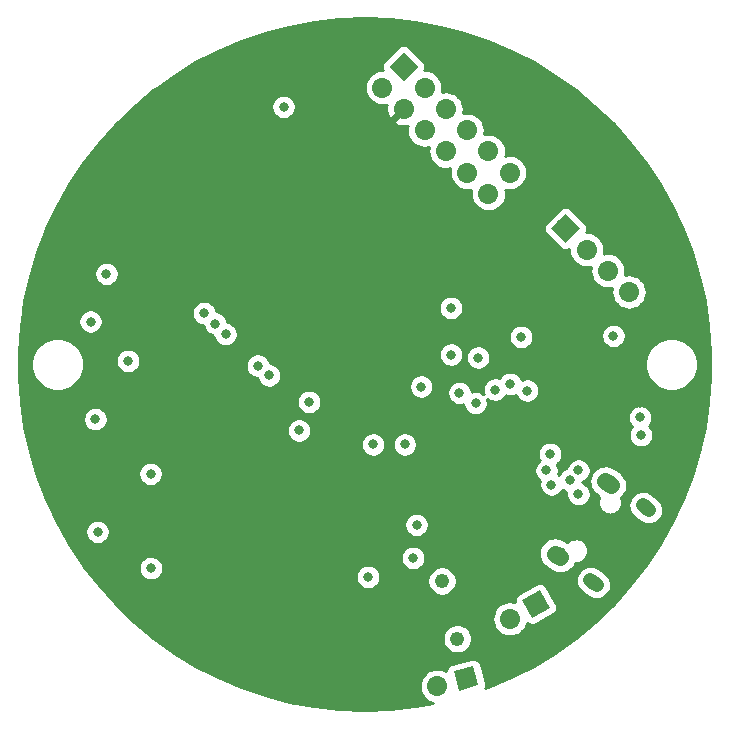
<source format=gbr>
G04 #@! TF.GenerationSoftware,KiCad,Pcbnew,(5.1.4)-1*
G04 #@! TF.CreationDate,2020-04-17T22:35:52+02:00*
G04 #@! TF.ProjectId,Sensorbaustein,53656e73-6f72-4626-9175-737465696e2e,1.7*
G04 #@! TF.SameCoordinates,Original*
G04 #@! TF.FileFunction,Copper,L3,Inr*
G04 #@! TF.FilePolarity,Positive*
%FSLAX46Y46*%
G04 Gerber Fmt 4.6, Leading zero omitted, Abs format (unit mm)*
G04 Created by KiCad (PCBNEW (5.1.4)-1) date 2020-04-17 22:35:52*
%MOMM*%
%LPD*%
G04 APERTURE LIST*
%ADD10C,1.450000*%
%ADD11C,1.450000*%
%ADD12C,1.150000*%
%ADD13C,1.150000*%
%ADD14C,1.700000*%
%ADD15C,0.100000*%
%ADD16C,1.700000*%
%ADD17C,1.210000*%
%ADD18C,0.800000*%
%ADD19C,0.254000*%
G04 APERTURE END LIST*
D10*
X156347996Y-121190225D03*
D11*
X156122729Y-121032491D02*
X156573263Y-121347959D01*
D10*
X160621141Y-115087542D03*
D11*
X160395874Y-114929808D02*
X160846408Y-115245276D01*
D12*
X159374738Y-123492688D03*
D13*
X159108514Y-123306276D02*
X159640962Y-123679100D01*
D12*
X163819955Y-117144260D03*
D13*
X163553731Y-116957848D02*
X164086179Y-117330672D01*
D14*
X148600000Y-131600000D03*
D15*
G36*
X149641033Y-132201041D02*
G01*
X147998959Y-132641033D01*
X147558967Y-130998959D01*
X149201041Y-130558967D01*
X149641033Y-132201041D01*
X149641033Y-132201041D01*
G37*
D14*
X146146548Y-132257400D03*
D16*
X146146548Y-132257400D02*
X146146548Y-132257400D01*
D17*
X147853518Y-128238963D03*
X146546482Y-123361037D03*
D14*
X157000000Y-93500000D03*
D15*
G36*
X157000000Y-94702082D02*
G01*
X155797918Y-93500000D01*
X157000000Y-92297918D01*
X158202082Y-93500000D01*
X157000000Y-94702082D01*
X157000000Y-94702082D01*
G37*
D14*
X158796051Y-95296051D03*
D16*
X158796051Y-95296051D02*
X158796051Y-95296051D01*
D14*
X160592102Y-97092102D03*
D16*
X160592102Y-97092102D02*
X160592102Y-97092102D01*
D14*
X162388154Y-98888154D03*
D16*
X162388154Y-98888154D02*
X162388154Y-98888154D01*
D14*
X143300000Y-79800000D03*
D15*
G36*
X143300000Y-81002082D02*
G01*
X142097918Y-79800000D01*
X143300000Y-78597918D01*
X144502082Y-79800000D01*
X143300000Y-81002082D01*
X143300000Y-81002082D01*
G37*
D14*
X141503949Y-81596051D03*
D16*
X141503949Y-81596051D02*
X141503949Y-81596051D01*
D14*
X145096051Y-81596051D03*
D16*
X145096051Y-81596051D02*
X145096051Y-81596051D01*
D14*
X143300000Y-83392102D03*
D16*
X143300000Y-83392102D02*
X143300000Y-83392102D01*
D14*
X146892102Y-83392102D03*
D16*
X146892102Y-83392102D02*
X146892102Y-83392102D01*
D14*
X145096051Y-85188154D03*
D16*
X145096051Y-85188154D02*
X145096051Y-85188154D01*
D14*
X148688154Y-85188154D03*
D16*
X148688154Y-85188154D02*
X148688154Y-85188154D01*
D14*
X146892102Y-86984205D03*
D16*
X146892102Y-86984205D02*
X146892102Y-86984205D01*
D14*
X150484205Y-86984205D03*
D16*
X150484205Y-86984205D02*
X150484205Y-86984205D01*
D14*
X148688154Y-88780256D03*
D16*
X148688154Y-88780256D02*
X148688154Y-88780256D01*
D14*
X152280256Y-88780256D03*
D16*
X152280256Y-88780256D02*
X152280256Y-88780256D01*
D14*
X150484205Y-90576307D03*
D16*
X150484205Y-90576307D02*
X150484205Y-90576307D01*
D14*
X154500000Y-125300000D03*
D15*
G36*
X153338878Y-124988878D02*
G01*
X154811122Y-124138878D01*
X155661122Y-125611122D01*
X154188878Y-126461122D01*
X153338878Y-124988878D01*
X153338878Y-124988878D01*
G37*
D14*
X152300295Y-126570000D03*
D16*
X152300295Y-126570000D02*
X152300295Y-126570000D01*
D18*
X163314990Y-108325010D03*
X160190000Y-111960000D03*
X130500000Y-120700000D03*
X119400000Y-101000000D03*
X141400000Y-121600000D03*
X129410000Y-113090000D03*
X124460000Y-108260000D03*
X155400000Y-114000000D03*
X158100000Y-114000000D03*
X157400000Y-114800000D03*
X155825000Y-115199999D03*
X152312652Y-106660000D03*
X147327653Y-104197653D03*
X149610102Y-104439898D03*
X153250000Y-102680000D03*
X143400000Y-111800000D03*
X140730000Y-111800000D03*
X153762653Y-107237347D03*
X151050000Y-107160000D03*
X148024847Y-107424847D03*
X149400000Y-108300000D03*
X144800000Y-106900000D03*
X147300000Y-100240000D03*
X134450000Y-110610000D03*
X121900000Y-122260000D03*
X131930000Y-105950000D03*
X130970000Y-105130000D03*
X128230000Y-102460000D03*
X127360000Y-101560000D03*
X126420000Y-100680000D03*
X135300000Y-108182231D03*
X155700000Y-112600000D03*
X163400000Y-111000000D03*
X158100000Y-116000000D03*
X118148942Y-97351058D03*
X161060000Y-102600000D03*
X163320000Y-109500000D03*
X116800000Y-101400000D03*
X140300000Y-123000000D03*
X144400000Y-118600000D03*
X144100000Y-121400000D03*
X119990000Y-104720000D03*
X133140000Y-83210000D03*
X117200000Y-109650000D03*
X121880000Y-114280000D03*
X117400000Y-119200000D03*
D19*
G36*
X142138033Y-75788137D02*
G01*
X144264658Y-76022133D01*
X146368530Y-76410738D01*
X148438423Y-76951878D01*
X150463293Y-77642668D01*
X152432337Y-78479421D01*
X154335049Y-79457673D01*
X156161277Y-80572204D01*
X157901278Y-81817068D01*
X159545768Y-83185623D01*
X161085973Y-84670567D01*
X162513675Y-86263977D01*
X163821257Y-87957352D01*
X165001742Y-89741657D01*
X166048832Y-91607372D01*
X166956940Y-93544543D01*
X167721221Y-95542833D01*
X168337597Y-97591581D01*
X168802781Y-99679857D01*
X169114289Y-101796517D01*
X169270459Y-103930270D01*
X169270459Y-106069730D01*
X169114289Y-108203483D01*
X168802781Y-110320143D01*
X168337597Y-112408419D01*
X167721221Y-114457167D01*
X166956940Y-116455457D01*
X166048832Y-118392628D01*
X165001742Y-120258343D01*
X163821257Y-122042648D01*
X162513675Y-123736023D01*
X161085973Y-125329433D01*
X159545768Y-126814377D01*
X157901278Y-128182932D01*
X156161277Y-129427796D01*
X154335049Y-130542327D01*
X152432337Y-131520579D01*
X150463293Y-132357332D01*
X150231535Y-132436397D01*
X150245243Y-132406143D01*
X150273646Y-132284326D01*
X150277739Y-132159309D01*
X150257363Y-132035896D01*
X149817371Y-130393822D01*
X149773310Y-130276755D01*
X149707258Y-130170533D01*
X149621751Y-130079239D01*
X149520077Y-130006381D01*
X149406143Y-129954757D01*
X149284326Y-129926354D01*
X149159309Y-129922261D01*
X149035896Y-129942637D01*
X147393822Y-130382629D01*
X147276755Y-130426690D01*
X147170533Y-130492742D01*
X147079239Y-130578249D01*
X147006381Y-130679923D01*
X146954757Y-130793857D01*
X146926354Y-130915674D01*
X146923950Y-130989107D01*
X146717582Y-130878801D01*
X146437659Y-130793887D01*
X146219498Y-130772400D01*
X146073598Y-130772400D01*
X145855437Y-130793887D01*
X145575514Y-130878801D01*
X145317534Y-131016694D01*
X145091414Y-131202266D01*
X144905842Y-131428386D01*
X144767949Y-131686366D01*
X144683035Y-131966289D01*
X144654363Y-132257400D01*
X144683035Y-132548511D01*
X144767949Y-132828434D01*
X144905842Y-133086414D01*
X145091414Y-133312534D01*
X145317534Y-133498106D01*
X145575514Y-133635999D01*
X145779876Y-133697992D01*
X144264658Y-133977867D01*
X142138033Y-134211863D01*
X140000000Y-134290000D01*
X137861967Y-134211863D01*
X135735342Y-133977867D01*
X133631470Y-133589262D01*
X131561577Y-133048122D01*
X129536707Y-132357332D01*
X127567663Y-131520579D01*
X125664951Y-130542327D01*
X123838723Y-129427796D01*
X122098722Y-128182932D01*
X122019297Y-128116834D01*
X146613518Y-128116834D01*
X146613518Y-128361092D01*
X146661170Y-128600658D01*
X146754644Y-128826323D01*
X146890347Y-129029417D01*
X147063064Y-129202134D01*
X147266158Y-129337837D01*
X147491823Y-129431311D01*
X147731389Y-129478963D01*
X147975647Y-129478963D01*
X148215213Y-129431311D01*
X148440878Y-129337837D01*
X148643972Y-129202134D01*
X148816689Y-129029417D01*
X148952392Y-128826323D01*
X149045866Y-128600658D01*
X149093518Y-128361092D01*
X149093518Y-128116834D01*
X149045866Y-127877268D01*
X148952392Y-127651603D01*
X148816689Y-127448509D01*
X148643972Y-127275792D01*
X148440878Y-127140089D01*
X148215213Y-127046615D01*
X147975647Y-126998963D01*
X147731389Y-126998963D01*
X147491823Y-127046615D01*
X147266158Y-127140089D01*
X147063064Y-127275792D01*
X146890347Y-127448509D01*
X146754644Y-127651603D01*
X146661170Y-127877268D01*
X146613518Y-128116834D01*
X122019297Y-128116834D01*
X120454232Y-126814377D01*
X120200761Y-126570000D01*
X150808110Y-126570000D01*
X150836782Y-126861111D01*
X150921696Y-127141034D01*
X151059589Y-127399014D01*
X151245161Y-127625134D01*
X151471281Y-127810706D01*
X151729261Y-127948599D01*
X152009184Y-128033513D01*
X152227345Y-128055000D01*
X152373245Y-128055000D01*
X152591406Y-128033513D01*
X152871329Y-127948599D01*
X153129309Y-127810706D01*
X153355429Y-127625134D01*
X153541001Y-127399014D01*
X153678894Y-127141034D01*
X153746820Y-126917114D01*
X153800444Y-126967338D01*
X153906666Y-127033391D01*
X154023733Y-127077452D01*
X154147146Y-127097828D01*
X154272163Y-127093735D01*
X154393979Y-127065332D01*
X154507914Y-127013709D01*
X155980158Y-126163709D01*
X156081832Y-126090850D01*
X156167338Y-125999556D01*
X156233391Y-125893334D01*
X156277452Y-125776267D01*
X156297828Y-125652854D01*
X156293735Y-125527837D01*
X156265332Y-125406021D01*
X156213709Y-125292086D01*
X155363709Y-123819842D01*
X155290850Y-123718168D01*
X155199556Y-123632662D01*
X155093334Y-123566609D01*
X154976267Y-123522548D01*
X154852854Y-123502172D01*
X154727837Y-123506265D01*
X154606021Y-123534668D01*
X154492086Y-123586291D01*
X153019842Y-124436291D01*
X152918168Y-124509150D01*
X152832662Y-124600444D01*
X152766609Y-124706666D01*
X152722548Y-124823733D01*
X152702172Y-124947146D01*
X152706265Y-125072163D01*
X152723619Y-125146594D01*
X152591406Y-125106487D01*
X152373245Y-125085000D01*
X152227345Y-125085000D01*
X152009184Y-125106487D01*
X151729261Y-125191401D01*
X151471281Y-125329294D01*
X151245161Y-125514866D01*
X151059589Y-125740986D01*
X150921696Y-125998966D01*
X150836782Y-126278889D01*
X150808110Y-126570000D01*
X120200761Y-126570000D01*
X118914027Y-125329433D01*
X117486325Y-123736023D01*
X116267863Y-122158061D01*
X120865000Y-122158061D01*
X120865000Y-122361939D01*
X120904774Y-122561898D01*
X120982795Y-122750256D01*
X121096063Y-122919774D01*
X121240226Y-123063937D01*
X121409744Y-123177205D01*
X121598102Y-123255226D01*
X121798061Y-123295000D01*
X122001939Y-123295000D01*
X122201898Y-123255226D01*
X122390256Y-123177205D01*
X122559774Y-123063937D01*
X122703937Y-122919774D01*
X122718445Y-122898061D01*
X139265000Y-122898061D01*
X139265000Y-123101939D01*
X139304774Y-123301898D01*
X139382795Y-123490256D01*
X139496063Y-123659774D01*
X139640226Y-123803937D01*
X139809744Y-123917205D01*
X139998102Y-123995226D01*
X140198061Y-124035000D01*
X140401939Y-124035000D01*
X140601898Y-123995226D01*
X140790256Y-123917205D01*
X140959774Y-123803937D01*
X141103937Y-123659774D01*
X141217205Y-123490256D01*
X141295226Y-123301898D01*
X141307755Y-123238908D01*
X145306482Y-123238908D01*
X145306482Y-123483166D01*
X145354134Y-123722732D01*
X145447608Y-123948397D01*
X145583311Y-124151491D01*
X145756028Y-124324208D01*
X145959122Y-124459911D01*
X146184787Y-124553385D01*
X146424353Y-124601037D01*
X146668611Y-124601037D01*
X146908177Y-124553385D01*
X147133842Y-124459911D01*
X147336936Y-124324208D01*
X147509653Y-124151491D01*
X147645356Y-123948397D01*
X147738830Y-123722732D01*
X147786482Y-123483166D01*
X147786482Y-123279753D01*
X157892950Y-123279753D01*
X157911132Y-123517407D01*
X157975329Y-123746948D01*
X158083074Y-123959554D01*
X158230226Y-124147055D01*
X158365799Y-124263358D01*
X158995623Y-124704365D01*
X159151280Y-124791985D01*
X159377802Y-124866133D01*
X159614438Y-124894664D01*
X159852093Y-124876483D01*
X160081634Y-124812285D01*
X160294240Y-124704540D01*
X160481741Y-124557388D01*
X160636931Y-124376485D01*
X160753847Y-124168781D01*
X160827995Y-123942259D01*
X160856526Y-123705624D01*
X160838345Y-123467968D01*
X160774147Y-123238428D01*
X160666402Y-123025822D01*
X160519250Y-122838321D01*
X160383677Y-122722018D01*
X159753853Y-122281011D01*
X159598195Y-122193391D01*
X159371673Y-122119243D01*
X159135037Y-122090712D01*
X158897383Y-122108894D01*
X158667842Y-122173091D01*
X158455236Y-122280836D01*
X158267735Y-122427988D01*
X158112545Y-122608891D01*
X157995629Y-122816595D01*
X157921481Y-123043117D01*
X157892950Y-123279753D01*
X147786482Y-123279753D01*
X147786482Y-123238908D01*
X147738830Y-122999342D01*
X147645356Y-122773677D01*
X147509653Y-122570583D01*
X147336936Y-122397866D01*
X147133842Y-122262163D01*
X146908177Y-122168689D01*
X146668611Y-122121037D01*
X146424353Y-122121037D01*
X146184787Y-122168689D01*
X145959122Y-122262163D01*
X145756028Y-122397866D01*
X145583311Y-122570583D01*
X145447608Y-122773677D01*
X145354134Y-122999342D01*
X145306482Y-123238908D01*
X141307755Y-123238908D01*
X141335000Y-123101939D01*
X141335000Y-122898061D01*
X141295226Y-122698102D01*
X141217205Y-122509744D01*
X141103937Y-122340226D01*
X140959774Y-122196063D01*
X140790256Y-122082795D01*
X140601898Y-122004774D01*
X140401939Y-121965000D01*
X140198061Y-121965000D01*
X139998102Y-122004774D01*
X139809744Y-122082795D01*
X139640226Y-122196063D01*
X139496063Y-122340226D01*
X139382795Y-122509744D01*
X139304774Y-122698102D01*
X139265000Y-122898061D01*
X122718445Y-122898061D01*
X122817205Y-122750256D01*
X122895226Y-122561898D01*
X122935000Y-122361939D01*
X122935000Y-122158061D01*
X122895226Y-121958102D01*
X122817205Y-121769744D01*
X122703937Y-121600226D01*
X122559774Y-121456063D01*
X122390256Y-121342795D01*
X122282260Y-121298061D01*
X143065000Y-121298061D01*
X143065000Y-121501939D01*
X143104774Y-121701898D01*
X143182795Y-121890256D01*
X143296063Y-122059774D01*
X143440226Y-122203937D01*
X143609744Y-122317205D01*
X143798102Y-122395226D01*
X143998061Y-122435000D01*
X144201939Y-122435000D01*
X144401898Y-122395226D01*
X144590256Y-122317205D01*
X144759774Y-122203937D01*
X144903937Y-122059774D01*
X145017205Y-121890256D01*
X145095226Y-121701898D01*
X145135000Y-121501939D01*
X145135000Y-121298061D01*
X145095226Y-121098102D01*
X145055700Y-121002678D01*
X154756475Y-121002678D01*
X154776911Y-121269793D01*
X154849066Y-121527790D01*
X154970167Y-121766752D01*
X155135560Y-121977497D01*
X155287938Y-122108216D01*
X155847925Y-122500325D01*
X156022877Y-122598805D01*
X156277480Y-122682145D01*
X156543449Y-122714213D01*
X156810565Y-122693777D01*
X157068562Y-122621622D01*
X157307524Y-122500521D01*
X157518270Y-122335128D01*
X157692699Y-122131798D01*
X157824109Y-121898345D01*
X157848796Y-121822925D01*
X157859899Y-121824019D01*
X157961575Y-121824019D01*
X158113632Y-121809043D01*
X158308730Y-121749860D01*
X158488534Y-121653753D01*
X158646133Y-121524415D01*
X158775471Y-121366816D01*
X158871578Y-121187012D01*
X158930761Y-120991914D01*
X158950744Y-120789019D01*
X158930761Y-120586124D01*
X158871578Y-120391026D01*
X158775471Y-120211222D01*
X158646133Y-120053623D01*
X158488534Y-119924285D01*
X158308730Y-119828178D01*
X158113632Y-119768995D01*
X157961575Y-119754019D01*
X157859899Y-119754019D01*
X157707842Y-119768995D01*
X157512744Y-119828178D01*
X157332940Y-119924285D01*
X157175341Y-120053623D01*
X157146331Y-120088972D01*
X156848067Y-119880125D01*
X156673115Y-119781645D01*
X156418511Y-119698305D01*
X156152542Y-119666237D01*
X155885427Y-119686673D01*
X155627430Y-119758828D01*
X155388468Y-119879929D01*
X155177723Y-120045322D01*
X155003294Y-120248652D01*
X154871883Y-120482105D01*
X154788543Y-120736709D01*
X154756475Y-121002678D01*
X145055700Y-121002678D01*
X145017205Y-120909744D01*
X144903937Y-120740226D01*
X144759774Y-120596063D01*
X144590256Y-120482795D01*
X144401898Y-120404774D01*
X144201939Y-120365000D01*
X143998061Y-120365000D01*
X143798102Y-120404774D01*
X143609744Y-120482795D01*
X143440226Y-120596063D01*
X143296063Y-120740226D01*
X143182795Y-120909744D01*
X143104774Y-121098102D01*
X143065000Y-121298061D01*
X122282260Y-121298061D01*
X122201898Y-121264774D01*
X122001939Y-121225000D01*
X121798061Y-121225000D01*
X121598102Y-121264774D01*
X121409744Y-121342795D01*
X121240226Y-121456063D01*
X121096063Y-121600226D01*
X120982795Y-121769744D01*
X120904774Y-121958102D01*
X120865000Y-122158061D01*
X116267863Y-122158061D01*
X116178743Y-122042648D01*
X114998258Y-120258343D01*
X114347077Y-119098061D01*
X116365000Y-119098061D01*
X116365000Y-119301939D01*
X116404774Y-119501898D01*
X116482795Y-119690256D01*
X116596063Y-119859774D01*
X116740226Y-120003937D01*
X116909744Y-120117205D01*
X117098102Y-120195226D01*
X117298061Y-120235000D01*
X117501939Y-120235000D01*
X117701898Y-120195226D01*
X117890256Y-120117205D01*
X118059774Y-120003937D01*
X118203937Y-119859774D01*
X118317205Y-119690256D01*
X118395226Y-119501898D01*
X118435000Y-119301939D01*
X118435000Y-119098061D01*
X118395226Y-118898102D01*
X118317205Y-118709744D01*
X118203937Y-118540226D01*
X118161772Y-118498061D01*
X143365000Y-118498061D01*
X143365000Y-118701939D01*
X143404774Y-118901898D01*
X143482795Y-119090256D01*
X143596063Y-119259774D01*
X143740226Y-119403937D01*
X143909744Y-119517205D01*
X144098102Y-119595226D01*
X144298061Y-119635000D01*
X144501939Y-119635000D01*
X144701898Y-119595226D01*
X144890256Y-119517205D01*
X145059774Y-119403937D01*
X145203937Y-119259774D01*
X145317205Y-119090256D01*
X145395226Y-118901898D01*
X145435000Y-118701939D01*
X145435000Y-118498061D01*
X145395226Y-118298102D01*
X145317205Y-118109744D01*
X145203937Y-117940226D01*
X145059774Y-117796063D01*
X144890256Y-117682795D01*
X144701898Y-117604774D01*
X144501939Y-117565000D01*
X144298061Y-117565000D01*
X144098102Y-117604774D01*
X143909744Y-117682795D01*
X143740226Y-117796063D01*
X143596063Y-117940226D01*
X143482795Y-118109744D01*
X143404774Y-118298102D01*
X143365000Y-118498061D01*
X118161772Y-118498061D01*
X118059774Y-118396063D01*
X117890256Y-118282795D01*
X117701898Y-118204774D01*
X117501939Y-118165000D01*
X117298061Y-118165000D01*
X117098102Y-118204774D01*
X116909744Y-118282795D01*
X116740226Y-118396063D01*
X116596063Y-118540226D01*
X116482795Y-118709744D01*
X116404774Y-118898102D01*
X116365000Y-119098061D01*
X114347077Y-119098061D01*
X113951168Y-118392628D01*
X113043060Y-116455457D01*
X112278779Y-114457167D01*
X112194809Y-114178061D01*
X120845000Y-114178061D01*
X120845000Y-114381939D01*
X120884774Y-114581898D01*
X120962795Y-114770256D01*
X121076063Y-114939774D01*
X121220226Y-115083937D01*
X121389744Y-115197205D01*
X121578102Y-115275226D01*
X121778061Y-115315000D01*
X121981939Y-115315000D01*
X122181898Y-115275226D01*
X122370256Y-115197205D01*
X122539774Y-115083937D01*
X122683937Y-114939774D01*
X122797205Y-114770256D01*
X122875226Y-114581898D01*
X122915000Y-114381939D01*
X122915000Y-114178061D01*
X122875226Y-113978102D01*
X122842072Y-113898061D01*
X154365000Y-113898061D01*
X154365000Y-114101939D01*
X154404774Y-114301898D01*
X154482795Y-114490256D01*
X154596063Y-114659774D01*
X154740226Y-114803937D01*
X154840912Y-114871213D01*
X154829774Y-114898101D01*
X154790000Y-115098060D01*
X154790000Y-115301938D01*
X154829774Y-115501897D01*
X154907795Y-115690255D01*
X155021063Y-115859773D01*
X155165226Y-116003936D01*
X155334744Y-116117204D01*
X155523102Y-116195225D01*
X155723061Y-116234999D01*
X155926939Y-116234999D01*
X156126898Y-116195225D01*
X156315256Y-116117204D01*
X156484774Y-116003936D01*
X156628937Y-115859773D01*
X156742205Y-115690255D01*
X156769780Y-115623684D01*
X156909744Y-115717205D01*
X157086418Y-115790386D01*
X157065000Y-115898061D01*
X157065000Y-116101939D01*
X157104774Y-116301898D01*
X157182795Y-116490256D01*
X157296063Y-116659774D01*
X157440226Y-116803937D01*
X157609744Y-116917205D01*
X157798102Y-116995226D01*
X157998061Y-117035000D01*
X158201939Y-117035000D01*
X158401898Y-116995226D01*
X158590256Y-116917205D01*
X158759774Y-116803937D01*
X158903937Y-116659774D01*
X159017205Y-116490256D01*
X159095226Y-116301898D01*
X159135000Y-116101939D01*
X159135000Y-115898061D01*
X159095226Y-115698102D01*
X159017205Y-115509744D01*
X158903937Y-115340226D01*
X158759774Y-115196063D01*
X158590256Y-115082795D01*
X158413582Y-115009614D01*
X158417750Y-114988660D01*
X158590256Y-114917205D01*
X158616012Y-114899995D01*
X159029620Y-114899995D01*
X159050056Y-115167110D01*
X159122211Y-115425107D01*
X159243312Y-115664069D01*
X159408705Y-115874814D01*
X159561083Y-116005533D01*
X159860559Y-116215229D01*
X159817778Y-116295266D01*
X159758595Y-116490364D01*
X159738612Y-116693259D01*
X159758595Y-116896154D01*
X159817778Y-117091252D01*
X159913885Y-117271056D01*
X160043223Y-117428655D01*
X160200822Y-117557993D01*
X160380626Y-117654100D01*
X160575724Y-117713283D01*
X160727781Y-117728259D01*
X160829457Y-117728259D01*
X160981514Y-117713283D01*
X161176612Y-117654100D01*
X161356416Y-117557993D01*
X161514015Y-117428655D01*
X161643353Y-117271056D01*
X161739460Y-117091252D01*
X161787973Y-116931325D01*
X162338167Y-116931325D01*
X162356349Y-117168979D01*
X162420546Y-117398520D01*
X162528291Y-117611126D01*
X162675443Y-117798627D01*
X162811016Y-117914930D01*
X163440840Y-118355937D01*
X163596497Y-118443557D01*
X163823019Y-118517705D01*
X164059655Y-118546236D01*
X164297310Y-118528055D01*
X164526851Y-118463857D01*
X164739457Y-118356112D01*
X164926958Y-118208960D01*
X165082148Y-118028057D01*
X165199064Y-117820353D01*
X165273212Y-117593831D01*
X165301743Y-117357196D01*
X165283562Y-117119540D01*
X165219364Y-116890000D01*
X165111619Y-116677394D01*
X164964467Y-116489893D01*
X164828894Y-116373590D01*
X164199070Y-115932583D01*
X164043412Y-115844963D01*
X163816890Y-115770815D01*
X163580254Y-115742284D01*
X163342600Y-115760466D01*
X163113059Y-115824663D01*
X162900453Y-115932408D01*
X162712952Y-116079560D01*
X162557762Y-116260463D01*
X162440846Y-116468167D01*
X162366698Y-116694689D01*
X162338167Y-116931325D01*
X161787973Y-116931325D01*
X161798643Y-116896154D01*
X161818626Y-116693259D01*
X161798643Y-116490364D01*
X161739460Y-116295266D01*
X161731158Y-116279734D01*
X161791415Y-116232445D01*
X161965844Y-116029115D01*
X162097254Y-115795662D01*
X162180594Y-115541058D01*
X162212662Y-115275089D01*
X162192226Y-115007973D01*
X162120071Y-114749977D01*
X161998970Y-114511015D01*
X161833577Y-114300270D01*
X161681199Y-114169551D01*
X161121212Y-113777442D01*
X160946260Y-113678962D01*
X160691656Y-113595622D01*
X160425687Y-113563554D01*
X160158572Y-113583990D01*
X159900575Y-113656145D01*
X159661613Y-113777246D01*
X159450868Y-113942639D01*
X159276439Y-114145969D01*
X159145028Y-114379422D01*
X159061688Y-114634026D01*
X159029620Y-114899995D01*
X158616012Y-114899995D01*
X158759774Y-114803937D01*
X158903937Y-114659774D01*
X159017205Y-114490256D01*
X159095226Y-114301898D01*
X159135000Y-114101939D01*
X159135000Y-113898061D01*
X159095226Y-113698102D01*
X159017205Y-113509744D01*
X158903937Y-113340226D01*
X158759774Y-113196063D01*
X158590256Y-113082795D01*
X158401898Y-113004774D01*
X158201939Y-112965000D01*
X157998061Y-112965000D01*
X157798102Y-113004774D01*
X157609744Y-113082795D01*
X157440226Y-113196063D01*
X157296063Y-113340226D01*
X157182795Y-113509744D01*
X157104774Y-113698102D01*
X157082250Y-113811340D01*
X156909744Y-113882795D01*
X156740226Y-113996063D01*
X156596063Y-114140226D01*
X156482795Y-114309744D01*
X156455220Y-114376315D01*
X156384088Y-114328786D01*
X156395226Y-114301898D01*
X156435000Y-114101939D01*
X156435000Y-113898061D01*
X156395226Y-113698102D01*
X156317205Y-113509744D01*
X156281468Y-113456259D01*
X156359774Y-113403937D01*
X156503937Y-113259774D01*
X156617205Y-113090256D01*
X156695226Y-112901898D01*
X156735000Y-112701939D01*
X156735000Y-112498061D01*
X156695226Y-112298102D01*
X156617205Y-112109744D01*
X156503937Y-111940226D01*
X156359774Y-111796063D01*
X156190256Y-111682795D01*
X156001898Y-111604774D01*
X155801939Y-111565000D01*
X155598061Y-111565000D01*
X155398102Y-111604774D01*
X155209744Y-111682795D01*
X155040226Y-111796063D01*
X154896063Y-111940226D01*
X154782795Y-112109744D01*
X154704774Y-112298102D01*
X154665000Y-112498061D01*
X154665000Y-112701939D01*
X154704774Y-112901898D01*
X154782795Y-113090256D01*
X154818532Y-113143741D01*
X154740226Y-113196063D01*
X154596063Y-113340226D01*
X154482795Y-113509744D01*
X154404774Y-113698102D01*
X154365000Y-113898061D01*
X122842072Y-113898061D01*
X122797205Y-113789744D01*
X122683937Y-113620226D01*
X122539774Y-113476063D01*
X122370256Y-113362795D01*
X122181898Y-113284774D01*
X121981939Y-113245000D01*
X121778061Y-113245000D01*
X121578102Y-113284774D01*
X121389744Y-113362795D01*
X121220226Y-113476063D01*
X121076063Y-113620226D01*
X120962795Y-113789744D01*
X120884774Y-113978102D01*
X120845000Y-114178061D01*
X112194809Y-114178061D01*
X111662403Y-112408419D01*
X111504164Y-111698061D01*
X139695000Y-111698061D01*
X139695000Y-111901939D01*
X139734774Y-112101898D01*
X139812795Y-112290256D01*
X139926063Y-112459774D01*
X140070226Y-112603937D01*
X140239744Y-112717205D01*
X140428102Y-112795226D01*
X140628061Y-112835000D01*
X140831939Y-112835000D01*
X141031898Y-112795226D01*
X141220256Y-112717205D01*
X141389774Y-112603937D01*
X141533937Y-112459774D01*
X141647205Y-112290256D01*
X141725226Y-112101898D01*
X141765000Y-111901939D01*
X141765000Y-111698061D01*
X142365000Y-111698061D01*
X142365000Y-111901939D01*
X142404774Y-112101898D01*
X142482795Y-112290256D01*
X142596063Y-112459774D01*
X142740226Y-112603937D01*
X142909744Y-112717205D01*
X143098102Y-112795226D01*
X143298061Y-112835000D01*
X143501939Y-112835000D01*
X143701898Y-112795226D01*
X143890256Y-112717205D01*
X144059774Y-112603937D01*
X144203937Y-112459774D01*
X144317205Y-112290256D01*
X144395226Y-112101898D01*
X144435000Y-111901939D01*
X144435000Y-111698061D01*
X144395226Y-111498102D01*
X144317205Y-111309744D01*
X144203937Y-111140226D01*
X144059774Y-110996063D01*
X143890256Y-110882795D01*
X143701898Y-110804774D01*
X143501939Y-110765000D01*
X143298061Y-110765000D01*
X143098102Y-110804774D01*
X142909744Y-110882795D01*
X142740226Y-110996063D01*
X142596063Y-111140226D01*
X142482795Y-111309744D01*
X142404774Y-111498102D01*
X142365000Y-111698061D01*
X141765000Y-111698061D01*
X141725226Y-111498102D01*
X141647205Y-111309744D01*
X141533937Y-111140226D01*
X141389774Y-110996063D01*
X141220256Y-110882795D01*
X141031898Y-110804774D01*
X140831939Y-110765000D01*
X140628061Y-110765000D01*
X140428102Y-110804774D01*
X140239744Y-110882795D01*
X140070226Y-110996063D01*
X139926063Y-111140226D01*
X139812795Y-111309744D01*
X139734774Y-111498102D01*
X139695000Y-111698061D01*
X111504164Y-111698061D01*
X111197219Y-110320143D01*
X111083593Y-109548061D01*
X116165000Y-109548061D01*
X116165000Y-109751939D01*
X116204774Y-109951898D01*
X116282795Y-110140256D01*
X116396063Y-110309774D01*
X116540226Y-110453937D01*
X116709744Y-110567205D01*
X116898102Y-110645226D01*
X117098061Y-110685000D01*
X117301939Y-110685000D01*
X117501898Y-110645226D01*
X117690256Y-110567205D01*
X117778771Y-110508061D01*
X133415000Y-110508061D01*
X133415000Y-110711939D01*
X133454774Y-110911898D01*
X133532795Y-111100256D01*
X133646063Y-111269774D01*
X133790226Y-111413937D01*
X133959744Y-111527205D01*
X134148102Y-111605226D01*
X134348061Y-111645000D01*
X134551939Y-111645000D01*
X134751898Y-111605226D01*
X134940256Y-111527205D01*
X135109774Y-111413937D01*
X135253937Y-111269774D01*
X135367205Y-111100256D01*
X135445226Y-110911898D01*
X135485000Y-110711939D01*
X135485000Y-110508061D01*
X135445226Y-110308102D01*
X135367205Y-110119744D01*
X135253937Y-109950226D01*
X135109774Y-109806063D01*
X134940256Y-109692795D01*
X134751898Y-109614774D01*
X134551939Y-109575000D01*
X134348061Y-109575000D01*
X134148102Y-109614774D01*
X133959744Y-109692795D01*
X133790226Y-109806063D01*
X133646063Y-109950226D01*
X133532795Y-110119744D01*
X133454774Y-110308102D01*
X133415000Y-110508061D01*
X117778771Y-110508061D01*
X117859774Y-110453937D01*
X118003937Y-110309774D01*
X118117205Y-110140256D01*
X118195226Y-109951898D01*
X118235000Y-109751939D01*
X118235000Y-109548061D01*
X118205164Y-109398061D01*
X162285000Y-109398061D01*
X162285000Y-109601939D01*
X162324774Y-109801898D01*
X162402795Y-109990256D01*
X162516063Y-110159774D01*
X162646289Y-110290000D01*
X162596063Y-110340226D01*
X162482795Y-110509744D01*
X162404774Y-110698102D01*
X162365000Y-110898061D01*
X162365000Y-111101939D01*
X162404774Y-111301898D01*
X162482795Y-111490256D01*
X162596063Y-111659774D01*
X162740226Y-111803937D01*
X162909744Y-111917205D01*
X163098102Y-111995226D01*
X163298061Y-112035000D01*
X163501939Y-112035000D01*
X163701898Y-111995226D01*
X163890256Y-111917205D01*
X164059774Y-111803937D01*
X164203937Y-111659774D01*
X164317205Y-111490256D01*
X164395226Y-111301898D01*
X164435000Y-111101939D01*
X164435000Y-110898061D01*
X164395226Y-110698102D01*
X164317205Y-110509744D01*
X164203937Y-110340226D01*
X164073711Y-110210000D01*
X164123937Y-110159774D01*
X164237205Y-109990256D01*
X164315226Y-109801898D01*
X164355000Y-109601939D01*
X164355000Y-109398061D01*
X164315226Y-109198102D01*
X164237205Y-109009744D01*
X164123937Y-108840226D01*
X163979774Y-108696063D01*
X163810256Y-108582795D01*
X163621898Y-108504774D01*
X163421939Y-108465000D01*
X163218061Y-108465000D01*
X163018102Y-108504774D01*
X162829744Y-108582795D01*
X162660226Y-108696063D01*
X162516063Y-108840226D01*
X162402795Y-109009744D01*
X162324774Y-109198102D01*
X162285000Y-109398061D01*
X118205164Y-109398061D01*
X118195226Y-109348102D01*
X118117205Y-109159744D01*
X118003937Y-108990226D01*
X117859774Y-108846063D01*
X117690256Y-108732795D01*
X117501898Y-108654774D01*
X117301939Y-108615000D01*
X117098061Y-108615000D01*
X116898102Y-108654774D01*
X116709744Y-108732795D01*
X116540226Y-108846063D01*
X116396063Y-108990226D01*
X116282795Y-109159744D01*
X116204774Y-109348102D01*
X116165000Y-109548061D01*
X111083593Y-109548061D01*
X110885711Y-108203483D01*
X110876695Y-108080292D01*
X134265000Y-108080292D01*
X134265000Y-108284170D01*
X134304774Y-108484129D01*
X134382795Y-108672487D01*
X134496063Y-108842005D01*
X134640226Y-108986168D01*
X134809744Y-109099436D01*
X134998102Y-109177457D01*
X135198061Y-109217231D01*
X135401939Y-109217231D01*
X135601898Y-109177457D01*
X135790256Y-109099436D01*
X135959774Y-108986168D01*
X136103937Y-108842005D01*
X136217205Y-108672487D01*
X136295226Y-108484129D01*
X136335000Y-108284170D01*
X136335000Y-108080292D01*
X136295226Y-107880333D01*
X136217205Y-107691975D01*
X136103937Y-107522457D01*
X135959774Y-107378294D01*
X135790256Y-107265026D01*
X135601898Y-107187005D01*
X135401939Y-107147231D01*
X135198061Y-107147231D01*
X134998102Y-107187005D01*
X134809744Y-107265026D01*
X134640226Y-107378294D01*
X134496063Y-107522457D01*
X134382795Y-107691975D01*
X134304774Y-107880333D01*
X134265000Y-108080292D01*
X110876695Y-108080292D01*
X110729541Y-106069730D01*
X110729541Y-104779872D01*
X111765000Y-104779872D01*
X111765000Y-105220128D01*
X111850890Y-105651925D01*
X112019369Y-106058669D01*
X112263962Y-106424729D01*
X112575271Y-106736038D01*
X112941331Y-106980631D01*
X113348075Y-107149110D01*
X113779872Y-107235000D01*
X114220128Y-107235000D01*
X114651925Y-107149110D01*
X115058669Y-106980631D01*
X115424729Y-106736038D01*
X115736038Y-106424729D01*
X115980631Y-106058669D01*
X116149110Y-105651925D01*
X116235000Y-105220128D01*
X116235000Y-104779872D01*
X116202814Y-104618061D01*
X118955000Y-104618061D01*
X118955000Y-104821939D01*
X118994774Y-105021898D01*
X119072795Y-105210256D01*
X119186063Y-105379774D01*
X119330226Y-105523937D01*
X119499744Y-105637205D01*
X119688102Y-105715226D01*
X119888061Y-105755000D01*
X120091939Y-105755000D01*
X120291898Y-105715226D01*
X120480256Y-105637205D01*
X120649774Y-105523937D01*
X120793937Y-105379774D01*
X120907205Y-105210256D01*
X120982673Y-105028061D01*
X129935000Y-105028061D01*
X129935000Y-105231939D01*
X129974774Y-105431898D01*
X130052795Y-105620256D01*
X130166063Y-105789774D01*
X130310226Y-105933937D01*
X130479744Y-106047205D01*
X130668102Y-106125226D01*
X130868061Y-106165000D01*
X130917489Y-106165000D01*
X130934774Y-106251898D01*
X131012795Y-106440256D01*
X131126063Y-106609774D01*
X131270226Y-106753937D01*
X131439744Y-106867205D01*
X131628102Y-106945226D01*
X131828061Y-106985000D01*
X132031939Y-106985000D01*
X132231898Y-106945226D01*
X132420256Y-106867205D01*
X132523737Y-106798061D01*
X143765000Y-106798061D01*
X143765000Y-107001939D01*
X143804774Y-107201898D01*
X143882795Y-107390256D01*
X143996063Y-107559774D01*
X144140226Y-107703937D01*
X144309744Y-107817205D01*
X144498102Y-107895226D01*
X144698061Y-107935000D01*
X144901939Y-107935000D01*
X145101898Y-107895226D01*
X145290256Y-107817205D01*
X145459774Y-107703937D01*
X145603937Y-107559774D01*
X145717205Y-107390256D01*
X145745101Y-107322908D01*
X146989847Y-107322908D01*
X146989847Y-107526786D01*
X147029621Y-107726745D01*
X147107642Y-107915103D01*
X147220910Y-108084621D01*
X147365073Y-108228784D01*
X147534591Y-108342052D01*
X147722949Y-108420073D01*
X147922908Y-108459847D01*
X148126786Y-108459847D01*
X148326745Y-108420073D01*
X148365420Y-108404053D01*
X148404774Y-108601898D01*
X148482795Y-108790256D01*
X148596063Y-108959774D01*
X148740226Y-109103937D01*
X148909744Y-109217205D01*
X149098102Y-109295226D01*
X149298061Y-109335000D01*
X149501939Y-109335000D01*
X149701898Y-109295226D01*
X149890256Y-109217205D01*
X150059774Y-109103937D01*
X150203937Y-108959774D01*
X150317205Y-108790256D01*
X150395226Y-108601898D01*
X150435000Y-108401939D01*
X150435000Y-108198061D01*
X150395226Y-107998102D01*
X150374603Y-107948314D01*
X150390226Y-107963937D01*
X150559744Y-108077205D01*
X150748102Y-108155226D01*
X150948061Y-108195000D01*
X151151939Y-108195000D01*
X151351898Y-108155226D01*
X151540256Y-108077205D01*
X151709774Y-107963937D01*
X151853937Y-107819774D01*
X151967205Y-107650256D01*
X151971826Y-107639101D01*
X152010754Y-107655226D01*
X152210713Y-107695000D01*
X152414591Y-107695000D01*
X152614550Y-107655226D01*
X152786044Y-107584190D01*
X152845448Y-107727603D01*
X152958716Y-107897121D01*
X153102879Y-108041284D01*
X153272397Y-108154552D01*
X153460755Y-108232573D01*
X153660714Y-108272347D01*
X153864592Y-108272347D01*
X154064551Y-108232573D01*
X154252909Y-108154552D01*
X154422427Y-108041284D01*
X154566590Y-107897121D01*
X154679858Y-107727603D01*
X154757879Y-107539245D01*
X154797653Y-107339286D01*
X154797653Y-107135408D01*
X154757879Y-106935449D01*
X154679858Y-106747091D01*
X154566590Y-106577573D01*
X154422427Y-106433410D01*
X154252909Y-106320142D01*
X154064551Y-106242121D01*
X153864592Y-106202347D01*
X153660714Y-106202347D01*
X153460755Y-106242121D01*
X153289261Y-106313157D01*
X153229857Y-106169744D01*
X153116589Y-106000226D01*
X152972426Y-105856063D01*
X152802908Y-105742795D01*
X152614550Y-105664774D01*
X152414591Y-105625000D01*
X152210713Y-105625000D01*
X152010754Y-105664774D01*
X151822396Y-105742795D01*
X151652878Y-105856063D01*
X151508715Y-106000226D01*
X151395447Y-106169744D01*
X151390826Y-106180899D01*
X151351898Y-106164774D01*
X151151939Y-106125000D01*
X150948061Y-106125000D01*
X150748102Y-106164774D01*
X150559744Y-106242795D01*
X150390226Y-106356063D01*
X150246063Y-106500226D01*
X150132795Y-106669744D01*
X150054774Y-106858102D01*
X150015000Y-107058061D01*
X150015000Y-107261939D01*
X150054774Y-107461898D01*
X150075397Y-107511686D01*
X150059774Y-107496063D01*
X149890256Y-107382795D01*
X149701898Y-107304774D01*
X149501939Y-107265000D01*
X149298061Y-107265000D01*
X149098102Y-107304774D01*
X149059427Y-107320794D01*
X149020073Y-107122949D01*
X148942052Y-106934591D01*
X148828784Y-106765073D01*
X148684621Y-106620910D01*
X148515103Y-106507642D01*
X148326745Y-106429621D01*
X148126786Y-106389847D01*
X147922908Y-106389847D01*
X147722949Y-106429621D01*
X147534591Y-106507642D01*
X147365073Y-106620910D01*
X147220910Y-106765073D01*
X147107642Y-106934591D01*
X147029621Y-107122949D01*
X146989847Y-107322908D01*
X145745101Y-107322908D01*
X145795226Y-107201898D01*
X145835000Y-107001939D01*
X145835000Y-106798061D01*
X145795226Y-106598102D01*
X145717205Y-106409744D01*
X145603937Y-106240226D01*
X145459774Y-106096063D01*
X145290256Y-105982795D01*
X145101898Y-105904774D01*
X144901939Y-105865000D01*
X144698061Y-105865000D01*
X144498102Y-105904774D01*
X144309744Y-105982795D01*
X144140226Y-106096063D01*
X143996063Y-106240226D01*
X143882795Y-106409744D01*
X143804774Y-106598102D01*
X143765000Y-106798061D01*
X132523737Y-106798061D01*
X132589774Y-106753937D01*
X132733937Y-106609774D01*
X132847205Y-106440256D01*
X132925226Y-106251898D01*
X132965000Y-106051939D01*
X132965000Y-105848061D01*
X132925226Y-105648102D01*
X132847205Y-105459744D01*
X132733937Y-105290226D01*
X132589774Y-105146063D01*
X132420256Y-105032795D01*
X132231898Y-104954774D01*
X132031939Y-104915000D01*
X131982511Y-104915000D01*
X131965226Y-104828102D01*
X131887205Y-104639744D01*
X131773937Y-104470226D01*
X131629774Y-104326063D01*
X131460256Y-104212795D01*
X131271898Y-104134774D01*
X131075529Y-104095714D01*
X146292653Y-104095714D01*
X146292653Y-104299592D01*
X146332427Y-104499551D01*
X146410448Y-104687909D01*
X146523716Y-104857427D01*
X146667879Y-105001590D01*
X146837397Y-105114858D01*
X147025755Y-105192879D01*
X147225714Y-105232653D01*
X147429592Y-105232653D01*
X147629551Y-105192879D01*
X147817909Y-105114858D01*
X147987427Y-105001590D01*
X148131590Y-104857427D01*
X148244858Y-104687909D01*
X148322879Y-104499551D01*
X148355021Y-104337959D01*
X148575102Y-104337959D01*
X148575102Y-104541837D01*
X148614876Y-104741796D01*
X148692897Y-104930154D01*
X148806165Y-105099672D01*
X148950328Y-105243835D01*
X149119846Y-105357103D01*
X149308204Y-105435124D01*
X149508163Y-105474898D01*
X149712041Y-105474898D01*
X149912000Y-105435124D01*
X150100358Y-105357103D01*
X150269876Y-105243835D01*
X150414039Y-105099672D01*
X150527307Y-104930154D01*
X150589556Y-104779872D01*
X163765000Y-104779872D01*
X163765000Y-105220128D01*
X163850890Y-105651925D01*
X164019369Y-106058669D01*
X164263962Y-106424729D01*
X164575271Y-106736038D01*
X164941331Y-106980631D01*
X165348075Y-107149110D01*
X165779872Y-107235000D01*
X166220128Y-107235000D01*
X166651925Y-107149110D01*
X167058669Y-106980631D01*
X167424729Y-106736038D01*
X167736038Y-106424729D01*
X167980631Y-106058669D01*
X168149110Y-105651925D01*
X168235000Y-105220128D01*
X168235000Y-104779872D01*
X168149110Y-104348075D01*
X167980631Y-103941331D01*
X167736038Y-103575271D01*
X167424729Y-103263962D01*
X167058669Y-103019369D01*
X166651925Y-102850890D01*
X166220128Y-102765000D01*
X165779872Y-102765000D01*
X165348075Y-102850890D01*
X164941331Y-103019369D01*
X164575271Y-103263962D01*
X164263962Y-103575271D01*
X164019369Y-103941331D01*
X163850890Y-104348075D01*
X163765000Y-104779872D01*
X150589556Y-104779872D01*
X150605328Y-104741796D01*
X150645102Y-104541837D01*
X150645102Y-104337959D01*
X150605328Y-104138000D01*
X150527307Y-103949642D01*
X150414039Y-103780124D01*
X150269876Y-103635961D01*
X150100358Y-103522693D01*
X149912000Y-103444672D01*
X149712041Y-103404898D01*
X149508163Y-103404898D01*
X149308204Y-103444672D01*
X149119846Y-103522693D01*
X148950328Y-103635961D01*
X148806165Y-103780124D01*
X148692897Y-103949642D01*
X148614876Y-104138000D01*
X148575102Y-104337959D01*
X148355021Y-104337959D01*
X148362653Y-104299592D01*
X148362653Y-104095714D01*
X148322879Y-103895755D01*
X148244858Y-103707397D01*
X148131590Y-103537879D01*
X147987427Y-103393716D01*
X147817909Y-103280448D01*
X147629551Y-103202427D01*
X147429592Y-103162653D01*
X147225714Y-103162653D01*
X147025755Y-103202427D01*
X146837397Y-103280448D01*
X146667879Y-103393716D01*
X146523716Y-103537879D01*
X146410448Y-103707397D01*
X146332427Y-103895755D01*
X146292653Y-104095714D01*
X131075529Y-104095714D01*
X131071939Y-104095000D01*
X130868061Y-104095000D01*
X130668102Y-104134774D01*
X130479744Y-104212795D01*
X130310226Y-104326063D01*
X130166063Y-104470226D01*
X130052795Y-104639744D01*
X129974774Y-104828102D01*
X129935000Y-105028061D01*
X120982673Y-105028061D01*
X120985226Y-105021898D01*
X121025000Y-104821939D01*
X121025000Y-104618061D01*
X120985226Y-104418102D01*
X120907205Y-104229744D01*
X120793937Y-104060226D01*
X120649774Y-103916063D01*
X120480256Y-103802795D01*
X120291898Y-103724774D01*
X120091939Y-103685000D01*
X119888061Y-103685000D01*
X119688102Y-103724774D01*
X119499744Y-103802795D01*
X119330226Y-103916063D01*
X119186063Y-104060226D01*
X119072795Y-104229744D01*
X118994774Y-104418102D01*
X118955000Y-104618061D01*
X116202814Y-104618061D01*
X116149110Y-104348075D01*
X115980631Y-103941331D01*
X115736038Y-103575271D01*
X115424729Y-103263962D01*
X115058669Y-103019369D01*
X114651925Y-102850890D01*
X114220128Y-102765000D01*
X113779872Y-102765000D01*
X113348075Y-102850890D01*
X112941331Y-103019369D01*
X112575271Y-103263962D01*
X112263962Y-103575271D01*
X112019369Y-103941331D01*
X111850890Y-104348075D01*
X111765000Y-104779872D01*
X110729541Y-104779872D01*
X110729541Y-103930270D01*
X110885711Y-101796517D01*
X110959068Y-101298061D01*
X115765000Y-101298061D01*
X115765000Y-101501939D01*
X115804774Y-101701898D01*
X115882795Y-101890256D01*
X115996063Y-102059774D01*
X116140226Y-102203937D01*
X116309744Y-102317205D01*
X116498102Y-102395226D01*
X116698061Y-102435000D01*
X116901939Y-102435000D01*
X117101898Y-102395226D01*
X117290256Y-102317205D01*
X117459774Y-102203937D01*
X117603937Y-102059774D01*
X117717205Y-101890256D01*
X117795226Y-101701898D01*
X117835000Y-101501939D01*
X117835000Y-101298061D01*
X117795226Y-101098102D01*
X117717205Y-100909744D01*
X117603937Y-100740226D01*
X117459774Y-100596063D01*
X117432833Y-100578061D01*
X125385000Y-100578061D01*
X125385000Y-100781939D01*
X125424774Y-100981898D01*
X125502795Y-101170256D01*
X125616063Y-101339774D01*
X125760226Y-101483937D01*
X125929744Y-101597205D01*
X126118102Y-101675226D01*
X126318061Y-101715000D01*
X126335554Y-101715000D01*
X126364774Y-101861898D01*
X126442795Y-102050256D01*
X126556063Y-102219774D01*
X126700226Y-102363937D01*
X126869744Y-102477205D01*
X127058102Y-102555226D01*
X127199249Y-102583302D01*
X127234774Y-102761898D01*
X127312795Y-102950256D01*
X127426063Y-103119774D01*
X127570226Y-103263937D01*
X127739744Y-103377205D01*
X127928102Y-103455226D01*
X128128061Y-103495000D01*
X128331939Y-103495000D01*
X128531898Y-103455226D01*
X128720256Y-103377205D01*
X128889774Y-103263937D01*
X129033937Y-103119774D01*
X129147205Y-102950256D01*
X129225226Y-102761898D01*
X129261793Y-102578061D01*
X152215000Y-102578061D01*
X152215000Y-102781939D01*
X152254774Y-102981898D01*
X152332795Y-103170256D01*
X152446063Y-103339774D01*
X152590226Y-103483937D01*
X152759744Y-103597205D01*
X152948102Y-103675226D01*
X153148061Y-103715000D01*
X153351939Y-103715000D01*
X153551898Y-103675226D01*
X153740256Y-103597205D01*
X153909774Y-103483937D01*
X154053937Y-103339774D01*
X154167205Y-103170256D01*
X154245226Y-102981898D01*
X154285000Y-102781939D01*
X154285000Y-102578061D01*
X154269088Y-102498061D01*
X160025000Y-102498061D01*
X160025000Y-102701939D01*
X160064774Y-102901898D01*
X160142795Y-103090256D01*
X160256063Y-103259774D01*
X160400226Y-103403937D01*
X160569744Y-103517205D01*
X160758102Y-103595226D01*
X160958061Y-103635000D01*
X161161939Y-103635000D01*
X161361898Y-103595226D01*
X161550256Y-103517205D01*
X161719774Y-103403937D01*
X161863937Y-103259774D01*
X161977205Y-103090256D01*
X162055226Y-102901898D01*
X162095000Y-102701939D01*
X162095000Y-102498061D01*
X162055226Y-102298102D01*
X161977205Y-102109744D01*
X161863937Y-101940226D01*
X161719774Y-101796063D01*
X161550256Y-101682795D01*
X161361898Y-101604774D01*
X161161939Y-101565000D01*
X160958061Y-101565000D01*
X160758102Y-101604774D01*
X160569744Y-101682795D01*
X160400226Y-101796063D01*
X160256063Y-101940226D01*
X160142795Y-102109744D01*
X160064774Y-102298102D01*
X160025000Y-102498061D01*
X154269088Y-102498061D01*
X154245226Y-102378102D01*
X154167205Y-102189744D01*
X154053937Y-102020226D01*
X153909774Y-101876063D01*
X153740256Y-101762795D01*
X153551898Y-101684774D01*
X153351939Y-101645000D01*
X153148061Y-101645000D01*
X152948102Y-101684774D01*
X152759744Y-101762795D01*
X152590226Y-101876063D01*
X152446063Y-102020226D01*
X152332795Y-102189744D01*
X152254774Y-102378102D01*
X152215000Y-102578061D01*
X129261793Y-102578061D01*
X129265000Y-102561939D01*
X129265000Y-102358061D01*
X129225226Y-102158102D01*
X129147205Y-101969744D01*
X129033937Y-101800226D01*
X128889774Y-101656063D01*
X128720256Y-101542795D01*
X128531898Y-101464774D01*
X128390751Y-101436698D01*
X128355226Y-101258102D01*
X128277205Y-101069744D01*
X128163937Y-100900226D01*
X128019774Y-100756063D01*
X127850256Y-100642795D01*
X127661898Y-100564774D01*
X127461939Y-100525000D01*
X127444446Y-100525000D01*
X127415226Y-100378102D01*
X127337205Y-100189744D01*
X127302672Y-100138061D01*
X146265000Y-100138061D01*
X146265000Y-100341939D01*
X146304774Y-100541898D01*
X146382795Y-100730256D01*
X146496063Y-100899774D01*
X146640226Y-101043937D01*
X146809744Y-101157205D01*
X146998102Y-101235226D01*
X147198061Y-101275000D01*
X147401939Y-101275000D01*
X147601898Y-101235226D01*
X147790256Y-101157205D01*
X147959774Y-101043937D01*
X148103937Y-100899774D01*
X148217205Y-100730256D01*
X148295226Y-100541898D01*
X148335000Y-100341939D01*
X148335000Y-100138061D01*
X148295226Y-99938102D01*
X148217205Y-99749744D01*
X148103937Y-99580226D01*
X147959774Y-99436063D01*
X147790256Y-99322795D01*
X147601898Y-99244774D01*
X147401939Y-99205000D01*
X147198061Y-99205000D01*
X146998102Y-99244774D01*
X146809744Y-99322795D01*
X146640226Y-99436063D01*
X146496063Y-99580226D01*
X146382795Y-99749744D01*
X146304774Y-99938102D01*
X146265000Y-100138061D01*
X127302672Y-100138061D01*
X127223937Y-100020226D01*
X127079774Y-99876063D01*
X126910256Y-99762795D01*
X126721898Y-99684774D01*
X126521939Y-99645000D01*
X126318061Y-99645000D01*
X126118102Y-99684774D01*
X125929744Y-99762795D01*
X125760226Y-99876063D01*
X125616063Y-100020226D01*
X125502795Y-100189744D01*
X125424774Y-100378102D01*
X125385000Y-100578061D01*
X117432833Y-100578061D01*
X117290256Y-100482795D01*
X117101898Y-100404774D01*
X116901939Y-100365000D01*
X116698061Y-100365000D01*
X116498102Y-100404774D01*
X116309744Y-100482795D01*
X116140226Y-100596063D01*
X115996063Y-100740226D01*
X115882795Y-100909744D01*
X115804774Y-101098102D01*
X115765000Y-101298061D01*
X110959068Y-101298061D01*
X111197219Y-99679857D01*
X111662403Y-97591581D01*
X111765434Y-97249119D01*
X117113942Y-97249119D01*
X117113942Y-97452997D01*
X117153716Y-97652956D01*
X117231737Y-97841314D01*
X117345005Y-98010832D01*
X117489168Y-98154995D01*
X117658686Y-98268263D01*
X117847044Y-98346284D01*
X118047003Y-98386058D01*
X118250881Y-98386058D01*
X118450840Y-98346284D01*
X118639198Y-98268263D01*
X118808716Y-98154995D01*
X118952879Y-98010832D01*
X119066147Y-97841314D01*
X119144168Y-97652956D01*
X119183942Y-97452997D01*
X119183942Y-97249119D01*
X119144168Y-97049160D01*
X119066147Y-96860802D01*
X118952879Y-96691284D01*
X118808716Y-96547121D01*
X118639198Y-96433853D01*
X118450840Y-96355832D01*
X118250881Y-96316058D01*
X118047003Y-96316058D01*
X117847044Y-96355832D01*
X117658686Y-96433853D01*
X117489168Y-96547121D01*
X117345005Y-96691284D01*
X117231737Y-96860802D01*
X117153716Y-97049160D01*
X117113942Y-97249119D01*
X111765434Y-97249119D01*
X112278779Y-95542833D01*
X113043060Y-93544543D01*
X113063940Y-93500000D01*
X155159846Y-93500000D01*
X155172106Y-93624482D01*
X155208416Y-93744180D01*
X155267381Y-93854494D01*
X155346733Y-93951185D01*
X156548815Y-95153267D01*
X156645506Y-95232619D01*
X156755820Y-95291584D01*
X156875518Y-95327894D01*
X157000000Y-95340154D01*
X157124482Y-95327894D01*
X157244180Y-95291584D01*
X157307647Y-95257660D01*
X157303866Y-95296051D01*
X157332538Y-95587162D01*
X157417452Y-95867085D01*
X157555345Y-96125065D01*
X157740917Y-96351185D01*
X157967037Y-96536757D01*
X158225017Y-96674650D01*
X158504940Y-96759564D01*
X158723101Y-96781051D01*
X158869001Y-96781051D01*
X159087162Y-96759564D01*
X159146628Y-96741525D01*
X159128589Y-96800991D01*
X159099917Y-97092102D01*
X159128589Y-97383213D01*
X159213503Y-97663136D01*
X159351396Y-97921116D01*
X159536968Y-98147236D01*
X159763088Y-98332808D01*
X160021068Y-98470701D01*
X160300991Y-98555615D01*
X160519152Y-98577102D01*
X160665052Y-98577102D01*
X160883213Y-98555615D01*
X160942680Y-98537576D01*
X160924641Y-98597043D01*
X160895969Y-98888154D01*
X160924641Y-99179265D01*
X161009555Y-99459188D01*
X161147448Y-99717168D01*
X161333020Y-99943288D01*
X161559140Y-100128860D01*
X161817120Y-100266753D01*
X162097043Y-100351667D01*
X162315204Y-100373154D01*
X162461104Y-100373154D01*
X162679265Y-100351667D01*
X162959188Y-100266753D01*
X163217168Y-100128860D01*
X163443288Y-99943288D01*
X163628860Y-99717168D01*
X163766753Y-99459188D01*
X163851667Y-99179265D01*
X163880339Y-98888154D01*
X163851667Y-98597043D01*
X163766753Y-98317120D01*
X163628860Y-98059140D01*
X163443288Y-97833020D01*
X163217168Y-97647448D01*
X162959188Y-97509555D01*
X162679265Y-97424641D01*
X162461104Y-97403154D01*
X162315204Y-97403154D01*
X162097043Y-97424641D01*
X162037576Y-97442680D01*
X162055615Y-97383213D01*
X162084287Y-97092102D01*
X162055615Y-96800991D01*
X161970701Y-96521068D01*
X161832808Y-96263088D01*
X161647236Y-96036968D01*
X161421116Y-95851396D01*
X161163136Y-95713503D01*
X160883213Y-95628589D01*
X160665052Y-95607102D01*
X160519152Y-95607102D01*
X160300991Y-95628589D01*
X160241525Y-95646628D01*
X160259564Y-95587162D01*
X160288236Y-95296051D01*
X160259564Y-95004940D01*
X160174650Y-94725017D01*
X160036757Y-94467037D01*
X159851185Y-94240917D01*
X159625065Y-94055345D01*
X159367085Y-93917452D01*
X159087162Y-93832538D01*
X158869001Y-93811051D01*
X158755840Y-93811051D01*
X158791584Y-93744180D01*
X158827894Y-93624482D01*
X158840154Y-93500000D01*
X158827894Y-93375518D01*
X158791584Y-93255820D01*
X158732619Y-93145506D01*
X158653267Y-93048815D01*
X157451185Y-91846733D01*
X157354494Y-91767381D01*
X157244180Y-91708416D01*
X157124482Y-91672106D01*
X157000000Y-91659846D01*
X156875518Y-91672106D01*
X156755820Y-91708416D01*
X156645506Y-91767381D01*
X156548815Y-91846733D01*
X155346733Y-93048815D01*
X155267381Y-93145506D01*
X155208416Y-93255820D01*
X155172106Y-93375518D01*
X155159846Y-93500000D01*
X113063940Y-93500000D01*
X113951168Y-91607372D01*
X114998258Y-89741657D01*
X116178743Y-87957352D01*
X117486325Y-86263977D01*
X118914027Y-84670567D01*
X120454232Y-83185623D01*
X120547432Y-83108061D01*
X132105000Y-83108061D01*
X132105000Y-83311939D01*
X132144774Y-83511898D01*
X132222795Y-83700256D01*
X132336063Y-83869774D01*
X132480226Y-84013937D01*
X132649744Y-84127205D01*
X132838102Y-84205226D01*
X133038061Y-84245000D01*
X133241939Y-84245000D01*
X133441898Y-84205226D01*
X133630256Y-84127205D01*
X133799774Y-84013937D01*
X133943937Y-83869774D01*
X134057205Y-83700256D01*
X134135226Y-83511898D01*
X134175000Y-83311939D01*
X134175000Y-83108061D01*
X134135226Y-82908102D01*
X134057205Y-82719744D01*
X133943937Y-82550226D01*
X133799774Y-82406063D01*
X133630256Y-82292795D01*
X133441898Y-82214774D01*
X133241939Y-82175000D01*
X133038061Y-82175000D01*
X132838102Y-82214774D01*
X132649744Y-82292795D01*
X132480226Y-82406063D01*
X132336063Y-82550226D01*
X132222795Y-82719744D01*
X132144774Y-82908102D01*
X132105000Y-83108061D01*
X120547432Y-83108061D01*
X122098722Y-81817068D01*
X122407647Y-81596051D01*
X140011764Y-81596051D01*
X140040436Y-81887162D01*
X140125350Y-82167085D01*
X140263243Y-82425065D01*
X140448815Y-82651185D01*
X140674935Y-82836757D01*
X140932915Y-82974650D01*
X141212838Y-83059564D01*
X141430999Y-83081051D01*
X141576899Y-83081051D01*
X141795060Y-83059564D01*
X141865085Y-83038322D01*
X141831669Y-83170196D01*
X141816591Y-83460917D01*
X141858520Y-83748994D01*
X141955844Y-84023355D01*
X142028363Y-84159020D01*
X142276707Y-84235790D01*
X143120395Y-83392102D01*
X143106253Y-83377960D01*
X143285858Y-83198355D01*
X143300000Y-83212497D01*
X143314143Y-83198355D01*
X143493748Y-83377960D01*
X143479605Y-83392102D01*
X143493748Y-83406245D01*
X143314143Y-83585850D01*
X143300000Y-83571707D01*
X142456312Y-84415395D01*
X142533082Y-84663739D01*
X142668747Y-84736258D01*
X142943108Y-84833582D01*
X143231185Y-84875511D01*
X143521906Y-84860433D01*
X143653780Y-84827017D01*
X143632538Y-84897043D01*
X143603866Y-85188154D01*
X143632538Y-85479265D01*
X143717452Y-85759188D01*
X143855345Y-86017168D01*
X144040917Y-86243288D01*
X144267037Y-86428860D01*
X144525017Y-86566753D01*
X144804940Y-86651667D01*
X145023101Y-86673154D01*
X145169001Y-86673154D01*
X145387162Y-86651667D01*
X145446628Y-86633628D01*
X145428589Y-86693094D01*
X145399917Y-86984205D01*
X145428589Y-87275316D01*
X145513503Y-87555239D01*
X145651396Y-87813219D01*
X145836968Y-88039339D01*
X146063088Y-88224911D01*
X146321068Y-88362804D01*
X146600991Y-88447718D01*
X146819152Y-88469205D01*
X146965052Y-88469205D01*
X147183213Y-88447718D01*
X147242680Y-88429679D01*
X147224641Y-88489145D01*
X147195969Y-88780256D01*
X147224641Y-89071367D01*
X147309555Y-89351290D01*
X147447448Y-89609270D01*
X147633020Y-89835390D01*
X147859140Y-90020962D01*
X148117120Y-90158855D01*
X148397043Y-90243769D01*
X148615204Y-90265256D01*
X148761104Y-90265256D01*
X148979265Y-90243769D01*
X149038731Y-90225730D01*
X149020692Y-90285196D01*
X148992020Y-90576307D01*
X149020692Y-90867418D01*
X149105606Y-91147341D01*
X149243499Y-91405321D01*
X149429071Y-91631441D01*
X149655191Y-91817013D01*
X149913171Y-91954906D01*
X150193094Y-92039820D01*
X150411255Y-92061307D01*
X150557155Y-92061307D01*
X150775316Y-92039820D01*
X151055239Y-91954906D01*
X151313219Y-91817013D01*
X151539339Y-91631441D01*
X151724911Y-91405321D01*
X151862804Y-91147341D01*
X151947718Y-90867418D01*
X151976390Y-90576307D01*
X151947718Y-90285196D01*
X151929679Y-90225730D01*
X151989145Y-90243769D01*
X152207306Y-90265256D01*
X152353206Y-90265256D01*
X152571367Y-90243769D01*
X152851290Y-90158855D01*
X153109270Y-90020962D01*
X153335390Y-89835390D01*
X153520962Y-89609270D01*
X153658855Y-89351290D01*
X153743769Y-89071367D01*
X153772441Y-88780256D01*
X153743769Y-88489145D01*
X153658855Y-88209222D01*
X153520962Y-87951242D01*
X153335390Y-87725122D01*
X153109270Y-87539550D01*
X152851290Y-87401657D01*
X152571367Y-87316743D01*
X152353206Y-87295256D01*
X152207306Y-87295256D01*
X151989145Y-87316743D01*
X151929679Y-87334782D01*
X151947718Y-87275316D01*
X151976390Y-86984205D01*
X151947718Y-86693094D01*
X151862804Y-86413171D01*
X151724911Y-86155191D01*
X151539339Y-85929071D01*
X151313219Y-85743499D01*
X151055239Y-85605606D01*
X150775316Y-85520692D01*
X150557155Y-85499205D01*
X150411255Y-85499205D01*
X150193094Y-85520692D01*
X150133628Y-85538731D01*
X150151667Y-85479265D01*
X150180339Y-85188154D01*
X150151667Y-84897043D01*
X150066753Y-84617120D01*
X149928860Y-84359140D01*
X149743288Y-84133020D01*
X149517168Y-83947448D01*
X149259188Y-83809555D01*
X148979265Y-83724641D01*
X148761104Y-83703154D01*
X148615204Y-83703154D01*
X148397043Y-83724641D01*
X148337576Y-83742680D01*
X148355615Y-83683213D01*
X148384287Y-83392102D01*
X148355615Y-83100991D01*
X148270701Y-82821068D01*
X148132808Y-82563088D01*
X147947236Y-82336968D01*
X147721116Y-82151396D01*
X147463136Y-82013503D01*
X147183213Y-81928589D01*
X146965052Y-81907102D01*
X146819152Y-81907102D01*
X146600991Y-81928589D01*
X146541525Y-81946628D01*
X146559564Y-81887162D01*
X146588236Y-81596051D01*
X146559564Y-81304940D01*
X146474650Y-81025017D01*
X146336757Y-80767037D01*
X146151185Y-80540917D01*
X145925065Y-80355345D01*
X145667085Y-80217452D01*
X145387162Y-80132538D01*
X145169001Y-80111051D01*
X145055840Y-80111051D01*
X145091584Y-80044180D01*
X145127894Y-79924482D01*
X145140154Y-79800000D01*
X145127894Y-79675518D01*
X145091584Y-79555820D01*
X145032619Y-79445506D01*
X144953267Y-79348815D01*
X143751185Y-78146733D01*
X143654494Y-78067381D01*
X143544180Y-78008416D01*
X143424482Y-77972106D01*
X143300000Y-77959846D01*
X143175518Y-77972106D01*
X143055820Y-78008416D01*
X142945506Y-78067381D01*
X142848815Y-78146733D01*
X141646733Y-79348815D01*
X141567381Y-79445506D01*
X141508416Y-79555820D01*
X141472106Y-79675518D01*
X141459846Y-79800000D01*
X141472106Y-79924482D01*
X141508416Y-80044180D01*
X141544160Y-80111051D01*
X141430999Y-80111051D01*
X141212838Y-80132538D01*
X140932915Y-80217452D01*
X140674935Y-80355345D01*
X140448815Y-80540917D01*
X140263243Y-80767037D01*
X140125350Y-81025017D01*
X140040436Y-81304940D01*
X140011764Y-81596051D01*
X122407647Y-81596051D01*
X123838723Y-80572204D01*
X125664951Y-79457673D01*
X127567663Y-78479421D01*
X129536707Y-77642668D01*
X131561577Y-76951878D01*
X133631470Y-76410738D01*
X135735342Y-76022133D01*
X137861967Y-75788137D01*
X140000000Y-75710000D01*
X142138033Y-75788137D01*
X142138033Y-75788137D01*
G37*
X142138033Y-75788137D02*
X144264658Y-76022133D01*
X146368530Y-76410738D01*
X148438423Y-76951878D01*
X150463293Y-77642668D01*
X152432337Y-78479421D01*
X154335049Y-79457673D01*
X156161277Y-80572204D01*
X157901278Y-81817068D01*
X159545768Y-83185623D01*
X161085973Y-84670567D01*
X162513675Y-86263977D01*
X163821257Y-87957352D01*
X165001742Y-89741657D01*
X166048832Y-91607372D01*
X166956940Y-93544543D01*
X167721221Y-95542833D01*
X168337597Y-97591581D01*
X168802781Y-99679857D01*
X169114289Y-101796517D01*
X169270459Y-103930270D01*
X169270459Y-106069730D01*
X169114289Y-108203483D01*
X168802781Y-110320143D01*
X168337597Y-112408419D01*
X167721221Y-114457167D01*
X166956940Y-116455457D01*
X166048832Y-118392628D01*
X165001742Y-120258343D01*
X163821257Y-122042648D01*
X162513675Y-123736023D01*
X161085973Y-125329433D01*
X159545768Y-126814377D01*
X157901278Y-128182932D01*
X156161277Y-129427796D01*
X154335049Y-130542327D01*
X152432337Y-131520579D01*
X150463293Y-132357332D01*
X150231535Y-132436397D01*
X150245243Y-132406143D01*
X150273646Y-132284326D01*
X150277739Y-132159309D01*
X150257363Y-132035896D01*
X149817371Y-130393822D01*
X149773310Y-130276755D01*
X149707258Y-130170533D01*
X149621751Y-130079239D01*
X149520077Y-130006381D01*
X149406143Y-129954757D01*
X149284326Y-129926354D01*
X149159309Y-129922261D01*
X149035896Y-129942637D01*
X147393822Y-130382629D01*
X147276755Y-130426690D01*
X147170533Y-130492742D01*
X147079239Y-130578249D01*
X147006381Y-130679923D01*
X146954757Y-130793857D01*
X146926354Y-130915674D01*
X146923950Y-130989107D01*
X146717582Y-130878801D01*
X146437659Y-130793887D01*
X146219498Y-130772400D01*
X146073598Y-130772400D01*
X145855437Y-130793887D01*
X145575514Y-130878801D01*
X145317534Y-131016694D01*
X145091414Y-131202266D01*
X144905842Y-131428386D01*
X144767949Y-131686366D01*
X144683035Y-131966289D01*
X144654363Y-132257400D01*
X144683035Y-132548511D01*
X144767949Y-132828434D01*
X144905842Y-133086414D01*
X145091414Y-133312534D01*
X145317534Y-133498106D01*
X145575514Y-133635999D01*
X145779876Y-133697992D01*
X144264658Y-133977867D01*
X142138033Y-134211863D01*
X140000000Y-134290000D01*
X137861967Y-134211863D01*
X135735342Y-133977867D01*
X133631470Y-133589262D01*
X131561577Y-133048122D01*
X129536707Y-132357332D01*
X127567663Y-131520579D01*
X125664951Y-130542327D01*
X123838723Y-129427796D01*
X122098722Y-128182932D01*
X122019297Y-128116834D01*
X146613518Y-128116834D01*
X146613518Y-128361092D01*
X146661170Y-128600658D01*
X146754644Y-128826323D01*
X146890347Y-129029417D01*
X147063064Y-129202134D01*
X147266158Y-129337837D01*
X147491823Y-129431311D01*
X147731389Y-129478963D01*
X147975647Y-129478963D01*
X148215213Y-129431311D01*
X148440878Y-129337837D01*
X148643972Y-129202134D01*
X148816689Y-129029417D01*
X148952392Y-128826323D01*
X149045866Y-128600658D01*
X149093518Y-128361092D01*
X149093518Y-128116834D01*
X149045866Y-127877268D01*
X148952392Y-127651603D01*
X148816689Y-127448509D01*
X148643972Y-127275792D01*
X148440878Y-127140089D01*
X148215213Y-127046615D01*
X147975647Y-126998963D01*
X147731389Y-126998963D01*
X147491823Y-127046615D01*
X147266158Y-127140089D01*
X147063064Y-127275792D01*
X146890347Y-127448509D01*
X146754644Y-127651603D01*
X146661170Y-127877268D01*
X146613518Y-128116834D01*
X122019297Y-128116834D01*
X120454232Y-126814377D01*
X120200761Y-126570000D01*
X150808110Y-126570000D01*
X150836782Y-126861111D01*
X150921696Y-127141034D01*
X151059589Y-127399014D01*
X151245161Y-127625134D01*
X151471281Y-127810706D01*
X151729261Y-127948599D01*
X152009184Y-128033513D01*
X152227345Y-128055000D01*
X152373245Y-128055000D01*
X152591406Y-128033513D01*
X152871329Y-127948599D01*
X153129309Y-127810706D01*
X153355429Y-127625134D01*
X153541001Y-127399014D01*
X153678894Y-127141034D01*
X153746820Y-126917114D01*
X153800444Y-126967338D01*
X153906666Y-127033391D01*
X154023733Y-127077452D01*
X154147146Y-127097828D01*
X154272163Y-127093735D01*
X154393979Y-127065332D01*
X154507914Y-127013709D01*
X155980158Y-126163709D01*
X156081832Y-126090850D01*
X156167338Y-125999556D01*
X156233391Y-125893334D01*
X156277452Y-125776267D01*
X156297828Y-125652854D01*
X156293735Y-125527837D01*
X156265332Y-125406021D01*
X156213709Y-125292086D01*
X155363709Y-123819842D01*
X155290850Y-123718168D01*
X155199556Y-123632662D01*
X155093334Y-123566609D01*
X154976267Y-123522548D01*
X154852854Y-123502172D01*
X154727837Y-123506265D01*
X154606021Y-123534668D01*
X154492086Y-123586291D01*
X153019842Y-124436291D01*
X152918168Y-124509150D01*
X152832662Y-124600444D01*
X152766609Y-124706666D01*
X152722548Y-124823733D01*
X152702172Y-124947146D01*
X152706265Y-125072163D01*
X152723619Y-125146594D01*
X152591406Y-125106487D01*
X152373245Y-125085000D01*
X152227345Y-125085000D01*
X152009184Y-125106487D01*
X151729261Y-125191401D01*
X151471281Y-125329294D01*
X151245161Y-125514866D01*
X151059589Y-125740986D01*
X150921696Y-125998966D01*
X150836782Y-126278889D01*
X150808110Y-126570000D01*
X120200761Y-126570000D01*
X118914027Y-125329433D01*
X117486325Y-123736023D01*
X116267863Y-122158061D01*
X120865000Y-122158061D01*
X120865000Y-122361939D01*
X120904774Y-122561898D01*
X120982795Y-122750256D01*
X121096063Y-122919774D01*
X121240226Y-123063937D01*
X121409744Y-123177205D01*
X121598102Y-123255226D01*
X121798061Y-123295000D01*
X122001939Y-123295000D01*
X122201898Y-123255226D01*
X122390256Y-123177205D01*
X122559774Y-123063937D01*
X122703937Y-122919774D01*
X122718445Y-122898061D01*
X139265000Y-122898061D01*
X139265000Y-123101939D01*
X139304774Y-123301898D01*
X139382795Y-123490256D01*
X139496063Y-123659774D01*
X139640226Y-123803937D01*
X139809744Y-123917205D01*
X139998102Y-123995226D01*
X140198061Y-124035000D01*
X140401939Y-124035000D01*
X140601898Y-123995226D01*
X140790256Y-123917205D01*
X140959774Y-123803937D01*
X141103937Y-123659774D01*
X141217205Y-123490256D01*
X141295226Y-123301898D01*
X141307755Y-123238908D01*
X145306482Y-123238908D01*
X145306482Y-123483166D01*
X145354134Y-123722732D01*
X145447608Y-123948397D01*
X145583311Y-124151491D01*
X145756028Y-124324208D01*
X145959122Y-124459911D01*
X146184787Y-124553385D01*
X146424353Y-124601037D01*
X146668611Y-124601037D01*
X146908177Y-124553385D01*
X147133842Y-124459911D01*
X147336936Y-124324208D01*
X147509653Y-124151491D01*
X147645356Y-123948397D01*
X147738830Y-123722732D01*
X147786482Y-123483166D01*
X147786482Y-123279753D01*
X157892950Y-123279753D01*
X157911132Y-123517407D01*
X157975329Y-123746948D01*
X158083074Y-123959554D01*
X158230226Y-124147055D01*
X158365799Y-124263358D01*
X158995623Y-124704365D01*
X159151280Y-124791985D01*
X159377802Y-124866133D01*
X159614438Y-124894664D01*
X159852093Y-124876483D01*
X160081634Y-124812285D01*
X160294240Y-124704540D01*
X160481741Y-124557388D01*
X160636931Y-124376485D01*
X160753847Y-124168781D01*
X160827995Y-123942259D01*
X160856526Y-123705624D01*
X160838345Y-123467968D01*
X160774147Y-123238428D01*
X160666402Y-123025822D01*
X160519250Y-122838321D01*
X160383677Y-122722018D01*
X159753853Y-122281011D01*
X159598195Y-122193391D01*
X159371673Y-122119243D01*
X159135037Y-122090712D01*
X158897383Y-122108894D01*
X158667842Y-122173091D01*
X158455236Y-122280836D01*
X158267735Y-122427988D01*
X158112545Y-122608891D01*
X157995629Y-122816595D01*
X157921481Y-123043117D01*
X157892950Y-123279753D01*
X147786482Y-123279753D01*
X147786482Y-123238908D01*
X147738830Y-122999342D01*
X147645356Y-122773677D01*
X147509653Y-122570583D01*
X147336936Y-122397866D01*
X147133842Y-122262163D01*
X146908177Y-122168689D01*
X146668611Y-122121037D01*
X146424353Y-122121037D01*
X146184787Y-122168689D01*
X145959122Y-122262163D01*
X145756028Y-122397866D01*
X145583311Y-122570583D01*
X145447608Y-122773677D01*
X145354134Y-122999342D01*
X145306482Y-123238908D01*
X141307755Y-123238908D01*
X141335000Y-123101939D01*
X141335000Y-122898061D01*
X141295226Y-122698102D01*
X141217205Y-122509744D01*
X141103937Y-122340226D01*
X140959774Y-122196063D01*
X140790256Y-122082795D01*
X140601898Y-122004774D01*
X140401939Y-121965000D01*
X140198061Y-121965000D01*
X139998102Y-122004774D01*
X139809744Y-122082795D01*
X139640226Y-122196063D01*
X139496063Y-122340226D01*
X139382795Y-122509744D01*
X139304774Y-122698102D01*
X139265000Y-122898061D01*
X122718445Y-122898061D01*
X122817205Y-122750256D01*
X122895226Y-122561898D01*
X122935000Y-122361939D01*
X122935000Y-122158061D01*
X122895226Y-121958102D01*
X122817205Y-121769744D01*
X122703937Y-121600226D01*
X122559774Y-121456063D01*
X122390256Y-121342795D01*
X122282260Y-121298061D01*
X143065000Y-121298061D01*
X143065000Y-121501939D01*
X143104774Y-121701898D01*
X143182795Y-121890256D01*
X143296063Y-122059774D01*
X143440226Y-122203937D01*
X143609744Y-122317205D01*
X143798102Y-122395226D01*
X143998061Y-122435000D01*
X144201939Y-122435000D01*
X144401898Y-122395226D01*
X144590256Y-122317205D01*
X144759774Y-122203937D01*
X144903937Y-122059774D01*
X145017205Y-121890256D01*
X145095226Y-121701898D01*
X145135000Y-121501939D01*
X145135000Y-121298061D01*
X145095226Y-121098102D01*
X145055700Y-121002678D01*
X154756475Y-121002678D01*
X154776911Y-121269793D01*
X154849066Y-121527790D01*
X154970167Y-121766752D01*
X155135560Y-121977497D01*
X155287938Y-122108216D01*
X155847925Y-122500325D01*
X156022877Y-122598805D01*
X156277480Y-122682145D01*
X156543449Y-122714213D01*
X156810565Y-122693777D01*
X157068562Y-122621622D01*
X157307524Y-122500521D01*
X157518270Y-122335128D01*
X157692699Y-122131798D01*
X157824109Y-121898345D01*
X157848796Y-121822925D01*
X157859899Y-121824019D01*
X157961575Y-121824019D01*
X158113632Y-121809043D01*
X158308730Y-121749860D01*
X158488534Y-121653753D01*
X158646133Y-121524415D01*
X158775471Y-121366816D01*
X158871578Y-121187012D01*
X158930761Y-120991914D01*
X158950744Y-120789019D01*
X158930761Y-120586124D01*
X158871578Y-120391026D01*
X158775471Y-120211222D01*
X158646133Y-120053623D01*
X158488534Y-119924285D01*
X158308730Y-119828178D01*
X158113632Y-119768995D01*
X157961575Y-119754019D01*
X157859899Y-119754019D01*
X157707842Y-119768995D01*
X157512744Y-119828178D01*
X157332940Y-119924285D01*
X157175341Y-120053623D01*
X157146331Y-120088972D01*
X156848067Y-119880125D01*
X156673115Y-119781645D01*
X156418511Y-119698305D01*
X156152542Y-119666237D01*
X155885427Y-119686673D01*
X155627430Y-119758828D01*
X155388468Y-119879929D01*
X155177723Y-120045322D01*
X155003294Y-120248652D01*
X154871883Y-120482105D01*
X154788543Y-120736709D01*
X154756475Y-121002678D01*
X145055700Y-121002678D01*
X145017205Y-120909744D01*
X144903937Y-120740226D01*
X144759774Y-120596063D01*
X144590256Y-120482795D01*
X144401898Y-120404774D01*
X144201939Y-120365000D01*
X143998061Y-120365000D01*
X143798102Y-120404774D01*
X143609744Y-120482795D01*
X143440226Y-120596063D01*
X143296063Y-120740226D01*
X143182795Y-120909744D01*
X143104774Y-121098102D01*
X143065000Y-121298061D01*
X122282260Y-121298061D01*
X122201898Y-121264774D01*
X122001939Y-121225000D01*
X121798061Y-121225000D01*
X121598102Y-121264774D01*
X121409744Y-121342795D01*
X121240226Y-121456063D01*
X121096063Y-121600226D01*
X120982795Y-121769744D01*
X120904774Y-121958102D01*
X120865000Y-122158061D01*
X116267863Y-122158061D01*
X116178743Y-122042648D01*
X114998258Y-120258343D01*
X114347077Y-119098061D01*
X116365000Y-119098061D01*
X116365000Y-119301939D01*
X116404774Y-119501898D01*
X116482795Y-119690256D01*
X116596063Y-119859774D01*
X116740226Y-120003937D01*
X116909744Y-120117205D01*
X117098102Y-120195226D01*
X117298061Y-120235000D01*
X117501939Y-120235000D01*
X117701898Y-120195226D01*
X117890256Y-120117205D01*
X118059774Y-120003937D01*
X118203937Y-119859774D01*
X118317205Y-119690256D01*
X118395226Y-119501898D01*
X118435000Y-119301939D01*
X118435000Y-119098061D01*
X118395226Y-118898102D01*
X118317205Y-118709744D01*
X118203937Y-118540226D01*
X118161772Y-118498061D01*
X143365000Y-118498061D01*
X143365000Y-118701939D01*
X143404774Y-118901898D01*
X143482795Y-119090256D01*
X143596063Y-119259774D01*
X143740226Y-119403937D01*
X143909744Y-119517205D01*
X144098102Y-119595226D01*
X144298061Y-119635000D01*
X144501939Y-119635000D01*
X144701898Y-119595226D01*
X144890256Y-119517205D01*
X145059774Y-119403937D01*
X145203937Y-119259774D01*
X145317205Y-119090256D01*
X145395226Y-118901898D01*
X145435000Y-118701939D01*
X145435000Y-118498061D01*
X145395226Y-118298102D01*
X145317205Y-118109744D01*
X145203937Y-117940226D01*
X145059774Y-117796063D01*
X144890256Y-117682795D01*
X144701898Y-117604774D01*
X144501939Y-117565000D01*
X144298061Y-117565000D01*
X144098102Y-117604774D01*
X143909744Y-117682795D01*
X143740226Y-117796063D01*
X143596063Y-117940226D01*
X143482795Y-118109744D01*
X143404774Y-118298102D01*
X143365000Y-118498061D01*
X118161772Y-118498061D01*
X118059774Y-118396063D01*
X117890256Y-118282795D01*
X117701898Y-118204774D01*
X117501939Y-118165000D01*
X117298061Y-118165000D01*
X117098102Y-118204774D01*
X116909744Y-118282795D01*
X116740226Y-118396063D01*
X116596063Y-118540226D01*
X116482795Y-118709744D01*
X116404774Y-118898102D01*
X116365000Y-119098061D01*
X114347077Y-119098061D01*
X113951168Y-118392628D01*
X113043060Y-116455457D01*
X112278779Y-114457167D01*
X112194809Y-114178061D01*
X120845000Y-114178061D01*
X120845000Y-114381939D01*
X120884774Y-114581898D01*
X120962795Y-114770256D01*
X121076063Y-114939774D01*
X121220226Y-115083937D01*
X121389744Y-115197205D01*
X121578102Y-115275226D01*
X121778061Y-115315000D01*
X121981939Y-115315000D01*
X122181898Y-115275226D01*
X122370256Y-115197205D01*
X122539774Y-115083937D01*
X122683937Y-114939774D01*
X122797205Y-114770256D01*
X122875226Y-114581898D01*
X122915000Y-114381939D01*
X122915000Y-114178061D01*
X122875226Y-113978102D01*
X122842072Y-113898061D01*
X154365000Y-113898061D01*
X154365000Y-114101939D01*
X154404774Y-114301898D01*
X154482795Y-114490256D01*
X154596063Y-114659774D01*
X154740226Y-114803937D01*
X154840912Y-114871213D01*
X154829774Y-114898101D01*
X154790000Y-115098060D01*
X154790000Y-115301938D01*
X154829774Y-115501897D01*
X154907795Y-115690255D01*
X155021063Y-115859773D01*
X155165226Y-116003936D01*
X155334744Y-116117204D01*
X155523102Y-116195225D01*
X155723061Y-116234999D01*
X155926939Y-116234999D01*
X156126898Y-116195225D01*
X156315256Y-116117204D01*
X156484774Y-116003936D01*
X156628937Y-115859773D01*
X156742205Y-115690255D01*
X156769780Y-115623684D01*
X156909744Y-115717205D01*
X157086418Y-115790386D01*
X157065000Y-115898061D01*
X157065000Y-116101939D01*
X157104774Y-116301898D01*
X157182795Y-116490256D01*
X157296063Y-116659774D01*
X157440226Y-116803937D01*
X157609744Y-116917205D01*
X157798102Y-116995226D01*
X157998061Y-117035000D01*
X158201939Y-117035000D01*
X158401898Y-116995226D01*
X158590256Y-116917205D01*
X158759774Y-116803937D01*
X158903937Y-116659774D01*
X159017205Y-116490256D01*
X159095226Y-116301898D01*
X159135000Y-116101939D01*
X159135000Y-115898061D01*
X159095226Y-115698102D01*
X159017205Y-115509744D01*
X158903937Y-115340226D01*
X158759774Y-115196063D01*
X158590256Y-115082795D01*
X158413582Y-115009614D01*
X158417750Y-114988660D01*
X158590256Y-114917205D01*
X158616012Y-114899995D01*
X159029620Y-114899995D01*
X159050056Y-115167110D01*
X159122211Y-115425107D01*
X159243312Y-115664069D01*
X159408705Y-115874814D01*
X159561083Y-116005533D01*
X159860559Y-116215229D01*
X159817778Y-116295266D01*
X159758595Y-116490364D01*
X159738612Y-116693259D01*
X159758595Y-116896154D01*
X159817778Y-117091252D01*
X159913885Y-117271056D01*
X160043223Y-117428655D01*
X160200822Y-117557993D01*
X160380626Y-117654100D01*
X160575724Y-117713283D01*
X160727781Y-117728259D01*
X160829457Y-117728259D01*
X160981514Y-117713283D01*
X161176612Y-117654100D01*
X161356416Y-117557993D01*
X161514015Y-117428655D01*
X161643353Y-117271056D01*
X161739460Y-117091252D01*
X161787973Y-116931325D01*
X162338167Y-116931325D01*
X162356349Y-117168979D01*
X162420546Y-117398520D01*
X162528291Y-117611126D01*
X162675443Y-117798627D01*
X162811016Y-117914930D01*
X163440840Y-118355937D01*
X163596497Y-118443557D01*
X163823019Y-118517705D01*
X164059655Y-118546236D01*
X164297310Y-118528055D01*
X164526851Y-118463857D01*
X164739457Y-118356112D01*
X164926958Y-118208960D01*
X165082148Y-118028057D01*
X165199064Y-117820353D01*
X165273212Y-117593831D01*
X165301743Y-117357196D01*
X165283562Y-117119540D01*
X165219364Y-116890000D01*
X165111619Y-116677394D01*
X164964467Y-116489893D01*
X164828894Y-116373590D01*
X164199070Y-115932583D01*
X164043412Y-115844963D01*
X163816890Y-115770815D01*
X163580254Y-115742284D01*
X163342600Y-115760466D01*
X163113059Y-115824663D01*
X162900453Y-115932408D01*
X162712952Y-116079560D01*
X162557762Y-116260463D01*
X162440846Y-116468167D01*
X162366698Y-116694689D01*
X162338167Y-116931325D01*
X161787973Y-116931325D01*
X161798643Y-116896154D01*
X161818626Y-116693259D01*
X161798643Y-116490364D01*
X161739460Y-116295266D01*
X161731158Y-116279734D01*
X161791415Y-116232445D01*
X161965844Y-116029115D01*
X162097254Y-115795662D01*
X162180594Y-115541058D01*
X162212662Y-115275089D01*
X162192226Y-115007973D01*
X162120071Y-114749977D01*
X161998970Y-114511015D01*
X161833577Y-114300270D01*
X161681199Y-114169551D01*
X161121212Y-113777442D01*
X160946260Y-113678962D01*
X160691656Y-113595622D01*
X160425687Y-113563554D01*
X160158572Y-113583990D01*
X159900575Y-113656145D01*
X159661613Y-113777246D01*
X159450868Y-113942639D01*
X159276439Y-114145969D01*
X159145028Y-114379422D01*
X159061688Y-114634026D01*
X159029620Y-114899995D01*
X158616012Y-114899995D01*
X158759774Y-114803937D01*
X158903937Y-114659774D01*
X159017205Y-114490256D01*
X159095226Y-114301898D01*
X159135000Y-114101939D01*
X159135000Y-113898061D01*
X159095226Y-113698102D01*
X159017205Y-113509744D01*
X158903937Y-113340226D01*
X158759774Y-113196063D01*
X158590256Y-113082795D01*
X158401898Y-113004774D01*
X158201939Y-112965000D01*
X157998061Y-112965000D01*
X157798102Y-113004774D01*
X157609744Y-113082795D01*
X157440226Y-113196063D01*
X157296063Y-113340226D01*
X157182795Y-113509744D01*
X157104774Y-113698102D01*
X157082250Y-113811340D01*
X156909744Y-113882795D01*
X156740226Y-113996063D01*
X156596063Y-114140226D01*
X156482795Y-114309744D01*
X156455220Y-114376315D01*
X156384088Y-114328786D01*
X156395226Y-114301898D01*
X156435000Y-114101939D01*
X156435000Y-113898061D01*
X156395226Y-113698102D01*
X156317205Y-113509744D01*
X156281468Y-113456259D01*
X156359774Y-113403937D01*
X156503937Y-113259774D01*
X156617205Y-113090256D01*
X156695226Y-112901898D01*
X156735000Y-112701939D01*
X156735000Y-112498061D01*
X156695226Y-112298102D01*
X156617205Y-112109744D01*
X156503937Y-111940226D01*
X156359774Y-111796063D01*
X156190256Y-111682795D01*
X156001898Y-111604774D01*
X155801939Y-111565000D01*
X155598061Y-111565000D01*
X155398102Y-111604774D01*
X155209744Y-111682795D01*
X155040226Y-111796063D01*
X154896063Y-111940226D01*
X154782795Y-112109744D01*
X154704774Y-112298102D01*
X154665000Y-112498061D01*
X154665000Y-112701939D01*
X154704774Y-112901898D01*
X154782795Y-113090256D01*
X154818532Y-113143741D01*
X154740226Y-113196063D01*
X154596063Y-113340226D01*
X154482795Y-113509744D01*
X154404774Y-113698102D01*
X154365000Y-113898061D01*
X122842072Y-113898061D01*
X122797205Y-113789744D01*
X122683937Y-113620226D01*
X122539774Y-113476063D01*
X122370256Y-113362795D01*
X122181898Y-113284774D01*
X121981939Y-113245000D01*
X121778061Y-113245000D01*
X121578102Y-113284774D01*
X121389744Y-113362795D01*
X121220226Y-113476063D01*
X121076063Y-113620226D01*
X120962795Y-113789744D01*
X120884774Y-113978102D01*
X120845000Y-114178061D01*
X112194809Y-114178061D01*
X111662403Y-112408419D01*
X111504164Y-111698061D01*
X139695000Y-111698061D01*
X139695000Y-111901939D01*
X139734774Y-112101898D01*
X139812795Y-112290256D01*
X139926063Y-112459774D01*
X140070226Y-112603937D01*
X140239744Y-112717205D01*
X140428102Y-112795226D01*
X140628061Y-112835000D01*
X140831939Y-112835000D01*
X141031898Y-112795226D01*
X141220256Y-112717205D01*
X141389774Y-112603937D01*
X141533937Y-112459774D01*
X141647205Y-112290256D01*
X141725226Y-112101898D01*
X141765000Y-111901939D01*
X141765000Y-111698061D01*
X142365000Y-111698061D01*
X142365000Y-111901939D01*
X142404774Y-112101898D01*
X142482795Y-112290256D01*
X142596063Y-112459774D01*
X142740226Y-112603937D01*
X142909744Y-112717205D01*
X143098102Y-112795226D01*
X143298061Y-112835000D01*
X143501939Y-112835000D01*
X143701898Y-112795226D01*
X143890256Y-112717205D01*
X144059774Y-112603937D01*
X144203937Y-112459774D01*
X144317205Y-112290256D01*
X144395226Y-112101898D01*
X144435000Y-111901939D01*
X144435000Y-111698061D01*
X144395226Y-111498102D01*
X144317205Y-111309744D01*
X144203937Y-111140226D01*
X144059774Y-110996063D01*
X143890256Y-110882795D01*
X143701898Y-110804774D01*
X143501939Y-110765000D01*
X143298061Y-110765000D01*
X143098102Y-110804774D01*
X142909744Y-110882795D01*
X142740226Y-110996063D01*
X142596063Y-111140226D01*
X142482795Y-111309744D01*
X142404774Y-111498102D01*
X142365000Y-111698061D01*
X141765000Y-111698061D01*
X141725226Y-111498102D01*
X141647205Y-111309744D01*
X141533937Y-111140226D01*
X141389774Y-110996063D01*
X141220256Y-110882795D01*
X141031898Y-110804774D01*
X140831939Y-110765000D01*
X140628061Y-110765000D01*
X140428102Y-110804774D01*
X140239744Y-110882795D01*
X140070226Y-110996063D01*
X139926063Y-111140226D01*
X139812795Y-111309744D01*
X139734774Y-111498102D01*
X139695000Y-111698061D01*
X111504164Y-111698061D01*
X111197219Y-110320143D01*
X111083593Y-109548061D01*
X116165000Y-109548061D01*
X116165000Y-109751939D01*
X116204774Y-109951898D01*
X116282795Y-110140256D01*
X116396063Y-110309774D01*
X116540226Y-110453937D01*
X116709744Y-110567205D01*
X116898102Y-110645226D01*
X117098061Y-110685000D01*
X117301939Y-110685000D01*
X117501898Y-110645226D01*
X117690256Y-110567205D01*
X117778771Y-110508061D01*
X133415000Y-110508061D01*
X133415000Y-110711939D01*
X133454774Y-110911898D01*
X133532795Y-111100256D01*
X133646063Y-111269774D01*
X133790226Y-111413937D01*
X133959744Y-111527205D01*
X134148102Y-111605226D01*
X134348061Y-111645000D01*
X134551939Y-111645000D01*
X134751898Y-111605226D01*
X134940256Y-111527205D01*
X135109774Y-111413937D01*
X135253937Y-111269774D01*
X135367205Y-111100256D01*
X135445226Y-110911898D01*
X135485000Y-110711939D01*
X135485000Y-110508061D01*
X135445226Y-110308102D01*
X135367205Y-110119744D01*
X135253937Y-109950226D01*
X135109774Y-109806063D01*
X134940256Y-109692795D01*
X134751898Y-109614774D01*
X134551939Y-109575000D01*
X134348061Y-109575000D01*
X134148102Y-109614774D01*
X133959744Y-109692795D01*
X133790226Y-109806063D01*
X133646063Y-109950226D01*
X133532795Y-110119744D01*
X133454774Y-110308102D01*
X133415000Y-110508061D01*
X117778771Y-110508061D01*
X117859774Y-110453937D01*
X118003937Y-110309774D01*
X118117205Y-110140256D01*
X118195226Y-109951898D01*
X118235000Y-109751939D01*
X118235000Y-109548061D01*
X118205164Y-109398061D01*
X162285000Y-109398061D01*
X162285000Y-109601939D01*
X162324774Y-109801898D01*
X162402795Y-109990256D01*
X162516063Y-110159774D01*
X162646289Y-110290000D01*
X162596063Y-110340226D01*
X162482795Y-110509744D01*
X162404774Y-110698102D01*
X162365000Y-110898061D01*
X162365000Y-111101939D01*
X162404774Y-111301898D01*
X162482795Y-111490256D01*
X162596063Y-111659774D01*
X162740226Y-111803937D01*
X162909744Y-111917205D01*
X163098102Y-111995226D01*
X163298061Y-112035000D01*
X163501939Y-112035000D01*
X163701898Y-111995226D01*
X163890256Y-111917205D01*
X164059774Y-111803937D01*
X164203937Y-111659774D01*
X164317205Y-111490256D01*
X164395226Y-111301898D01*
X164435000Y-111101939D01*
X164435000Y-110898061D01*
X164395226Y-110698102D01*
X164317205Y-110509744D01*
X164203937Y-110340226D01*
X164073711Y-110210000D01*
X164123937Y-110159774D01*
X164237205Y-109990256D01*
X164315226Y-109801898D01*
X164355000Y-109601939D01*
X164355000Y-109398061D01*
X164315226Y-109198102D01*
X164237205Y-109009744D01*
X164123937Y-108840226D01*
X163979774Y-108696063D01*
X163810256Y-108582795D01*
X163621898Y-108504774D01*
X163421939Y-108465000D01*
X163218061Y-108465000D01*
X163018102Y-108504774D01*
X162829744Y-108582795D01*
X162660226Y-108696063D01*
X162516063Y-108840226D01*
X162402795Y-109009744D01*
X162324774Y-109198102D01*
X162285000Y-109398061D01*
X118205164Y-109398061D01*
X118195226Y-109348102D01*
X118117205Y-109159744D01*
X118003937Y-108990226D01*
X117859774Y-108846063D01*
X117690256Y-108732795D01*
X117501898Y-108654774D01*
X117301939Y-108615000D01*
X117098061Y-108615000D01*
X116898102Y-108654774D01*
X116709744Y-108732795D01*
X116540226Y-108846063D01*
X116396063Y-108990226D01*
X116282795Y-109159744D01*
X116204774Y-109348102D01*
X116165000Y-109548061D01*
X111083593Y-109548061D01*
X110885711Y-108203483D01*
X110876695Y-108080292D01*
X134265000Y-108080292D01*
X134265000Y-108284170D01*
X134304774Y-108484129D01*
X134382795Y-108672487D01*
X134496063Y-108842005D01*
X134640226Y-108986168D01*
X134809744Y-109099436D01*
X134998102Y-109177457D01*
X135198061Y-109217231D01*
X135401939Y-109217231D01*
X135601898Y-109177457D01*
X135790256Y-109099436D01*
X135959774Y-108986168D01*
X136103937Y-108842005D01*
X136217205Y-108672487D01*
X136295226Y-108484129D01*
X136335000Y-108284170D01*
X136335000Y-108080292D01*
X136295226Y-107880333D01*
X136217205Y-107691975D01*
X136103937Y-107522457D01*
X135959774Y-107378294D01*
X135790256Y-107265026D01*
X135601898Y-107187005D01*
X135401939Y-107147231D01*
X135198061Y-107147231D01*
X134998102Y-107187005D01*
X134809744Y-107265026D01*
X134640226Y-107378294D01*
X134496063Y-107522457D01*
X134382795Y-107691975D01*
X134304774Y-107880333D01*
X134265000Y-108080292D01*
X110876695Y-108080292D01*
X110729541Y-106069730D01*
X110729541Y-104779872D01*
X111765000Y-104779872D01*
X111765000Y-105220128D01*
X111850890Y-105651925D01*
X112019369Y-106058669D01*
X112263962Y-106424729D01*
X112575271Y-106736038D01*
X112941331Y-106980631D01*
X113348075Y-107149110D01*
X113779872Y-107235000D01*
X114220128Y-107235000D01*
X114651925Y-107149110D01*
X115058669Y-106980631D01*
X115424729Y-106736038D01*
X115736038Y-106424729D01*
X115980631Y-106058669D01*
X116149110Y-105651925D01*
X116235000Y-105220128D01*
X116235000Y-104779872D01*
X116202814Y-104618061D01*
X118955000Y-104618061D01*
X118955000Y-104821939D01*
X118994774Y-105021898D01*
X119072795Y-105210256D01*
X119186063Y-105379774D01*
X119330226Y-105523937D01*
X119499744Y-105637205D01*
X119688102Y-105715226D01*
X119888061Y-105755000D01*
X120091939Y-105755000D01*
X120291898Y-105715226D01*
X120480256Y-105637205D01*
X120649774Y-105523937D01*
X120793937Y-105379774D01*
X120907205Y-105210256D01*
X120982673Y-105028061D01*
X129935000Y-105028061D01*
X129935000Y-105231939D01*
X129974774Y-105431898D01*
X130052795Y-105620256D01*
X130166063Y-105789774D01*
X130310226Y-105933937D01*
X130479744Y-106047205D01*
X130668102Y-106125226D01*
X130868061Y-106165000D01*
X130917489Y-106165000D01*
X130934774Y-106251898D01*
X131012795Y-106440256D01*
X131126063Y-106609774D01*
X131270226Y-106753937D01*
X131439744Y-106867205D01*
X131628102Y-106945226D01*
X131828061Y-106985000D01*
X132031939Y-106985000D01*
X132231898Y-106945226D01*
X132420256Y-106867205D01*
X132523737Y-106798061D01*
X143765000Y-106798061D01*
X143765000Y-107001939D01*
X143804774Y-107201898D01*
X143882795Y-107390256D01*
X143996063Y-107559774D01*
X144140226Y-107703937D01*
X144309744Y-107817205D01*
X144498102Y-107895226D01*
X144698061Y-107935000D01*
X144901939Y-107935000D01*
X145101898Y-107895226D01*
X145290256Y-107817205D01*
X145459774Y-107703937D01*
X145603937Y-107559774D01*
X145717205Y-107390256D01*
X145745101Y-107322908D01*
X146989847Y-107322908D01*
X146989847Y-107526786D01*
X147029621Y-107726745D01*
X147107642Y-107915103D01*
X147220910Y-108084621D01*
X147365073Y-108228784D01*
X147534591Y-108342052D01*
X147722949Y-108420073D01*
X147922908Y-108459847D01*
X148126786Y-108459847D01*
X148326745Y-108420073D01*
X148365420Y-108404053D01*
X148404774Y-108601898D01*
X148482795Y-108790256D01*
X148596063Y-108959774D01*
X148740226Y-109103937D01*
X148909744Y-109217205D01*
X149098102Y-109295226D01*
X149298061Y-109335000D01*
X149501939Y-109335000D01*
X149701898Y-109295226D01*
X149890256Y-109217205D01*
X150059774Y-109103937D01*
X150203937Y-108959774D01*
X150317205Y-108790256D01*
X150395226Y-108601898D01*
X150435000Y-108401939D01*
X150435000Y-108198061D01*
X150395226Y-107998102D01*
X150374603Y-107948314D01*
X150390226Y-107963937D01*
X150559744Y-108077205D01*
X150748102Y-108155226D01*
X150948061Y-108195000D01*
X151151939Y-108195000D01*
X151351898Y-108155226D01*
X151540256Y-108077205D01*
X151709774Y-107963937D01*
X151853937Y-107819774D01*
X151967205Y-107650256D01*
X151971826Y-107639101D01*
X152010754Y-107655226D01*
X152210713Y-107695000D01*
X152414591Y-107695000D01*
X152614550Y-107655226D01*
X152786044Y-107584190D01*
X152845448Y-107727603D01*
X152958716Y-107897121D01*
X153102879Y-108041284D01*
X153272397Y-108154552D01*
X153460755Y-108232573D01*
X153660714Y-108272347D01*
X153864592Y-108272347D01*
X154064551Y-108232573D01*
X154252909Y-108154552D01*
X154422427Y-108041284D01*
X154566590Y-107897121D01*
X154679858Y-107727603D01*
X154757879Y-107539245D01*
X154797653Y-107339286D01*
X154797653Y-107135408D01*
X154757879Y-106935449D01*
X154679858Y-106747091D01*
X154566590Y-106577573D01*
X154422427Y-106433410D01*
X154252909Y-106320142D01*
X154064551Y-106242121D01*
X153864592Y-106202347D01*
X153660714Y-106202347D01*
X153460755Y-106242121D01*
X153289261Y-106313157D01*
X153229857Y-106169744D01*
X153116589Y-106000226D01*
X152972426Y-105856063D01*
X152802908Y-105742795D01*
X152614550Y-105664774D01*
X152414591Y-105625000D01*
X152210713Y-105625000D01*
X152010754Y-105664774D01*
X151822396Y-105742795D01*
X151652878Y-105856063D01*
X151508715Y-106000226D01*
X151395447Y-106169744D01*
X151390826Y-106180899D01*
X151351898Y-106164774D01*
X151151939Y-106125000D01*
X150948061Y-106125000D01*
X150748102Y-106164774D01*
X150559744Y-106242795D01*
X150390226Y-106356063D01*
X150246063Y-106500226D01*
X150132795Y-106669744D01*
X150054774Y-106858102D01*
X150015000Y-107058061D01*
X150015000Y-107261939D01*
X150054774Y-107461898D01*
X150075397Y-107511686D01*
X150059774Y-107496063D01*
X149890256Y-107382795D01*
X149701898Y-107304774D01*
X149501939Y-107265000D01*
X149298061Y-107265000D01*
X149098102Y-107304774D01*
X149059427Y-107320794D01*
X149020073Y-107122949D01*
X148942052Y-106934591D01*
X148828784Y-106765073D01*
X148684621Y-106620910D01*
X148515103Y-106507642D01*
X148326745Y-106429621D01*
X148126786Y-106389847D01*
X147922908Y-106389847D01*
X147722949Y-106429621D01*
X147534591Y-106507642D01*
X147365073Y-106620910D01*
X147220910Y-106765073D01*
X147107642Y-106934591D01*
X147029621Y-107122949D01*
X146989847Y-107322908D01*
X145745101Y-107322908D01*
X145795226Y-107201898D01*
X145835000Y-107001939D01*
X145835000Y-106798061D01*
X145795226Y-106598102D01*
X145717205Y-106409744D01*
X145603937Y-106240226D01*
X145459774Y-106096063D01*
X145290256Y-105982795D01*
X145101898Y-105904774D01*
X144901939Y-105865000D01*
X144698061Y-105865000D01*
X144498102Y-105904774D01*
X144309744Y-105982795D01*
X144140226Y-106096063D01*
X143996063Y-106240226D01*
X143882795Y-106409744D01*
X143804774Y-106598102D01*
X143765000Y-106798061D01*
X132523737Y-106798061D01*
X132589774Y-106753937D01*
X132733937Y-106609774D01*
X132847205Y-106440256D01*
X132925226Y-106251898D01*
X132965000Y-106051939D01*
X132965000Y-105848061D01*
X132925226Y-105648102D01*
X132847205Y-105459744D01*
X132733937Y-105290226D01*
X132589774Y-105146063D01*
X132420256Y-105032795D01*
X132231898Y-104954774D01*
X132031939Y-104915000D01*
X131982511Y-104915000D01*
X131965226Y-104828102D01*
X131887205Y-104639744D01*
X131773937Y-104470226D01*
X131629774Y-104326063D01*
X131460256Y-104212795D01*
X131271898Y-104134774D01*
X131075529Y-104095714D01*
X146292653Y-104095714D01*
X146292653Y-104299592D01*
X146332427Y-104499551D01*
X146410448Y-104687909D01*
X146523716Y-104857427D01*
X146667879Y-105001590D01*
X146837397Y-105114858D01*
X147025755Y-105192879D01*
X147225714Y-105232653D01*
X147429592Y-105232653D01*
X147629551Y-105192879D01*
X147817909Y-105114858D01*
X147987427Y-105001590D01*
X148131590Y-104857427D01*
X148244858Y-104687909D01*
X148322879Y-104499551D01*
X148355021Y-104337959D01*
X148575102Y-104337959D01*
X148575102Y-104541837D01*
X148614876Y-104741796D01*
X148692897Y-104930154D01*
X148806165Y-105099672D01*
X148950328Y-105243835D01*
X149119846Y-105357103D01*
X149308204Y-105435124D01*
X149508163Y-105474898D01*
X149712041Y-105474898D01*
X149912000Y-105435124D01*
X150100358Y-105357103D01*
X150269876Y-105243835D01*
X150414039Y-105099672D01*
X150527307Y-104930154D01*
X150589556Y-104779872D01*
X163765000Y-104779872D01*
X163765000Y-105220128D01*
X163850890Y-105651925D01*
X164019369Y-106058669D01*
X164263962Y-106424729D01*
X164575271Y-106736038D01*
X164941331Y-106980631D01*
X165348075Y-107149110D01*
X165779872Y-107235000D01*
X166220128Y-107235000D01*
X166651925Y-107149110D01*
X167058669Y-106980631D01*
X167424729Y-106736038D01*
X167736038Y-106424729D01*
X167980631Y-106058669D01*
X168149110Y-105651925D01*
X168235000Y-105220128D01*
X168235000Y-104779872D01*
X168149110Y-104348075D01*
X167980631Y-103941331D01*
X167736038Y-103575271D01*
X167424729Y-103263962D01*
X167058669Y-103019369D01*
X166651925Y-102850890D01*
X166220128Y-102765000D01*
X165779872Y-102765000D01*
X165348075Y-102850890D01*
X164941331Y-103019369D01*
X164575271Y-103263962D01*
X164263962Y-103575271D01*
X164019369Y-103941331D01*
X163850890Y-104348075D01*
X163765000Y-104779872D01*
X150589556Y-104779872D01*
X150605328Y-104741796D01*
X150645102Y-104541837D01*
X150645102Y-104337959D01*
X150605328Y-104138000D01*
X150527307Y-103949642D01*
X150414039Y-103780124D01*
X150269876Y-103635961D01*
X150100358Y-103522693D01*
X149912000Y-103444672D01*
X149712041Y-103404898D01*
X149508163Y-103404898D01*
X149308204Y-103444672D01*
X149119846Y-103522693D01*
X148950328Y-103635961D01*
X148806165Y-103780124D01*
X148692897Y-103949642D01*
X148614876Y-104138000D01*
X148575102Y-104337959D01*
X148355021Y-104337959D01*
X148362653Y-104299592D01*
X148362653Y-104095714D01*
X148322879Y-103895755D01*
X148244858Y-103707397D01*
X148131590Y-103537879D01*
X147987427Y-103393716D01*
X147817909Y-103280448D01*
X147629551Y-103202427D01*
X147429592Y-103162653D01*
X147225714Y-103162653D01*
X147025755Y-103202427D01*
X146837397Y-103280448D01*
X146667879Y-103393716D01*
X146523716Y-103537879D01*
X146410448Y-103707397D01*
X146332427Y-103895755D01*
X146292653Y-104095714D01*
X131075529Y-104095714D01*
X131071939Y-104095000D01*
X130868061Y-104095000D01*
X130668102Y-104134774D01*
X130479744Y-104212795D01*
X130310226Y-104326063D01*
X130166063Y-104470226D01*
X130052795Y-104639744D01*
X129974774Y-104828102D01*
X129935000Y-105028061D01*
X120982673Y-105028061D01*
X120985226Y-105021898D01*
X121025000Y-104821939D01*
X121025000Y-104618061D01*
X120985226Y-104418102D01*
X120907205Y-104229744D01*
X120793937Y-104060226D01*
X120649774Y-103916063D01*
X120480256Y-103802795D01*
X120291898Y-103724774D01*
X120091939Y-103685000D01*
X119888061Y-103685000D01*
X119688102Y-103724774D01*
X119499744Y-103802795D01*
X119330226Y-103916063D01*
X119186063Y-104060226D01*
X119072795Y-104229744D01*
X118994774Y-104418102D01*
X118955000Y-104618061D01*
X116202814Y-104618061D01*
X116149110Y-104348075D01*
X115980631Y-103941331D01*
X115736038Y-103575271D01*
X115424729Y-103263962D01*
X115058669Y-103019369D01*
X114651925Y-102850890D01*
X114220128Y-102765000D01*
X113779872Y-102765000D01*
X113348075Y-102850890D01*
X112941331Y-103019369D01*
X112575271Y-103263962D01*
X112263962Y-103575271D01*
X112019369Y-103941331D01*
X111850890Y-104348075D01*
X111765000Y-104779872D01*
X110729541Y-104779872D01*
X110729541Y-103930270D01*
X110885711Y-101796517D01*
X110959068Y-101298061D01*
X115765000Y-101298061D01*
X115765000Y-101501939D01*
X115804774Y-101701898D01*
X115882795Y-101890256D01*
X115996063Y-102059774D01*
X116140226Y-102203937D01*
X116309744Y-102317205D01*
X116498102Y-102395226D01*
X116698061Y-102435000D01*
X116901939Y-102435000D01*
X117101898Y-102395226D01*
X117290256Y-102317205D01*
X117459774Y-102203937D01*
X117603937Y-102059774D01*
X117717205Y-101890256D01*
X117795226Y-101701898D01*
X117835000Y-101501939D01*
X117835000Y-101298061D01*
X117795226Y-101098102D01*
X117717205Y-100909744D01*
X117603937Y-100740226D01*
X117459774Y-100596063D01*
X117432833Y-100578061D01*
X125385000Y-100578061D01*
X125385000Y-100781939D01*
X125424774Y-100981898D01*
X125502795Y-101170256D01*
X125616063Y-101339774D01*
X125760226Y-101483937D01*
X125929744Y-101597205D01*
X126118102Y-101675226D01*
X126318061Y-101715000D01*
X126335554Y-101715000D01*
X126364774Y-101861898D01*
X126442795Y-102050256D01*
X126556063Y-102219774D01*
X126700226Y-102363937D01*
X126869744Y-102477205D01*
X127058102Y-102555226D01*
X127199249Y-102583302D01*
X127234774Y-102761898D01*
X127312795Y-102950256D01*
X127426063Y-103119774D01*
X127570226Y-103263937D01*
X127739744Y-103377205D01*
X127928102Y-103455226D01*
X128128061Y-103495000D01*
X128331939Y-103495000D01*
X128531898Y-103455226D01*
X128720256Y-103377205D01*
X128889774Y-103263937D01*
X129033937Y-103119774D01*
X129147205Y-102950256D01*
X129225226Y-102761898D01*
X129261793Y-102578061D01*
X152215000Y-102578061D01*
X152215000Y-102781939D01*
X152254774Y-102981898D01*
X152332795Y-103170256D01*
X152446063Y-103339774D01*
X152590226Y-103483937D01*
X152759744Y-103597205D01*
X152948102Y-103675226D01*
X153148061Y-103715000D01*
X153351939Y-103715000D01*
X153551898Y-103675226D01*
X153740256Y-103597205D01*
X153909774Y-103483937D01*
X154053937Y-103339774D01*
X154167205Y-103170256D01*
X154245226Y-102981898D01*
X154285000Y-102781939D01*
X154285000Y-102578061D01*
X154269088Y-102498061D01*
X160025000Y-102498061D01*
X160025000Y-102701939D01*
X160064774Y-102901898D01*
X160142795Y-103090256D01*
X160256063Y-103259774D01*
X160400226Y-103403937D01*
X160569744Y-103517205D01*
X160758102Y-103595226D01*
X160958061Y-103635000D01*
X161161939Y-103635000D01*
X161361898Y-103595226D01*
X161550256Y-103517205D01*
X161719774Y-103403937D01*
X161863937Y-103259774D01*
X161977205Y-103090256D01*
X162055226Y-102901898D01*
X162095000Y-102701939D01*
X162095000Y-102498061D01*
X162055226Y-102298102D01*
X161977205Y-102109744D01*
X161863937Y-101940226D01*
X161719774Y-101796063D01*
X161550256Y-101682795D01*
X161361898Y-101604774D01*
X161161939Y-101565000D01*
X160958061Y-101565000D01*
X160758102Y-101604774D01*
X160569744Y-101682795D01*
X160400226Y-101796063D01*
X160256063Y-101940226D01*
X160142795Y-102109744D01*
X160064774Y-102298102D01*
X160025000Y-102498061D01*
X154269088Y-102498061D01*
X154245226Y-102378102D01*
X154167205Y-102189744D01*
X154053937Y-102020226D01*
X153909774Y-101876063D01*
X153740256Y-101762795D01*
X153551898Y-101684774D01*
X153351939Y-101645000D01*
X153148061Y-101645000D01*
X152948102Y-101684774D01*
X152759744Y-101762795D01*
X152590226Y-101876063D01*
X152446063Y-102020226D01*
X152332795Y-102189744D01*
X152254774Y-102378102D01*
X152215000Y-102578061D01*
X129261793Y-102578061D01*
X129265000Y-102561939D01*
X129265000Y-102358061D01*
X129225226Y-102158102D01*
X129147205Y-101969744D01*
X129033937Y-101800226D01*
X128889774Y-101656063D01*
X128720256Y-101542795D01*
X128531898Y-101464774D01*
X128390751Y-101436698D01*
X128355226Y-101258102D01*
X128277205Y-101069744D01*
X128163937Y-100900226D01*
X128019774Y-100756063D01*
X127850256Y-100642795D01*
X127661898Y-100564774D01*
X127461939Y-100525000D01*
X127444446Y-100525000D01*
X127415226Y-100378102D01*
X127337205Y-100189744D01*
X127302672Y-100138061D01*
X146265000Y-100138061D01*
X146265000Y-100341939D01*
X146304774Y-100541898D01*
X146382795Y-100730256D01*
X146496063Y-100899774D01*
X146640226Y-101043937D01*
X146809744Y-101157205D01*
X146998102Y-101235226D01*
X147198061Y-101275000D01*
X147401939Y-101275000D01*
X147601898Y-101235226D01*
X147790256Y-101157205D01*
X147959774Y-101043937D01*
X148103937Y-100899774D01*
X148217205Y-100730256D01*
X148295226Y-100541898D01*
X148335000Y-100341939D01*
X148335000Y-100138061D01*
X148295226Y-99938102D01*
X148217205Y-99749744D01*
X148103937Y-99580226D01*
X147959774Y-99436063D01*
X147790256Y-99322795D01*
X147601898Y-99244774D01*
X147401939Y-99205000D01*
X147198061Y-99205000D01*
X146998102Y-99244774D01*
X146809744Y-99322795D01*
X146640226Y-99436063D01*
X146496063Y-99580226D01*
X146382795Y-99749744D01*
X146304774Y-99938102D01*
X146265000Y-100138061D01*
X127302672Y-100138061D01*
X127223937Y-100020226D01*
X127079774Y-99876063D01*
X126910256Y-99762795D01*
X126721898Y-99684774D01*
X126521939Y-99645000D01*
X126318061Y-99645000D01*
X126118102Y-99684774D01*
X125929744Y-99762795D01*
X125760226Y-99876063D01*
X125616063Y-100020226D01*
X125502795Y-100189744D01*
X125424774Y-100378102D01*
X125385000Y-100578061D01*
X117432833Y-100578061D01*
X117290256Y-100482795D01*
X117101898Y-100404774D01*
X116901939Y-100365000D01*
X116698061Y-100365000D01*
X116498102Y-100404774D01*
X116309744Y-100482795D01*
X116140226Y-100596063D01*
X115996063Y-100740226D01*
X115882795Y-100909744D01*
X115804774Y-101098102D01*
X115765000Y-101298061D01*
X110959068Y-101298061D01*
X111197219Y-99679857D01*
X111662403Y-97591581D01*
X111765434Y-97249119D01*
X117113942Y-97249119D01*
X117113942Y-97452997D01*
X117153716Y-97652956D01*
X117231737Y-97841314D01*
X117345005Y-98010832D01*
X117489168Y-98154995D01*
X117658686Y-98268263D01*
X117847044Y-98346284D01*
X118047003Y-98386058D01*
X118250881Y-98386058D01*
X118450840Y-98346284D01*
X118639198Y-98268263D01*
X118808716Y-98154995D01*
X118952879Y-98010832D01*
X119066147Y-97841314D01*
X119144168Y-97652956D01*
X119183942Y-97452997D01*
X119183942Y-97249119D01*
X119144168Y-97049160D01*
X119066147Y-96860802D01*
X118952879Y-96691284D01*
X118808716Y-96547121D01*
X118639198Y-96433853D01*
X118450840Y-96355832D01*
X118250881Y-96316058D01*
X118047003Y-96316058D01*
X117847044Y-96355832D01*
X117658686Y-96433853D01*
X117489168Y-96547121D01*
X117345005Y-96691284D01*
X117231737Y-96860802D01*
X117153716Y-97049160D01*
X117113942Y-97249119D01*
X111765434Y-97249119D01*
X112278779Y-95542833D01*
X113043060Y-93544543D01*
X113063940Y-93500000D01*
X155159846Y-93500000D01*
X155172106Y-93624482D01*
X155208416Y-93744180D01*
X155267381Y-93854494D01*
X155346733Y-93951185D01*
X156548815Y-95153267D01*
X156645506Y-95232619D01*
X156755820Y-95291584D01*
X156875518Y-95327894D01*
X157000000Y-95340154D01*
X157124482Y-95327894D01*
X157244180Y-95291584D01*
X157307647Y-95257660D01*
X157303866Y-95296051D01*
X157332538Y-95587162D01*
X157417452Y-95867085D01*
X157555345Y-96125065D01*
X157740917Y-96351185D01*
X157967037Y-96536757D01*
X158225017Y-96674650D01*
X158504940Y-96759564D01*
X158723101Y-96781051D01*
X158869001Y-96781051D01*
X159087162Y-96759564D01*
X159146628Y-96741525D01*
X159128589Y-96800991D01*
X159099917Y-97092102D01*
X159128589Y-97383213D01*
X159213503Y-97663136D01*
X159351396Y-97921116D01*
X159536968Y-98147236D01*
X159763088Y-98332808D01*
X160021068Y-98470701D01*
X160300991Y-98555615D01*
X160519152Y-98577102D01*
X160665052Y-98577102D01*
X160883213Y-98555615D01*
X160942680Y-98537576D01*
X160924641Y-98597043D01*
X160895969Y-98888154D01*
X160924641Y-99179265D01*
X161009555Y-99459188D01*
X161147448Y-99717168D01*
X161333020Y-99943288D01*
X161559140Y-100128860D01*
X161817120Y-100266753D01*
X162097043Y-100351667D01*
X162315204Y-100373154D01*
X162461104Y-100373154D01*
X162679265Y-100351667D01*
X162959188Y-100266753D01*
X163217168Y-100128860D01*
X163443288Y-99943288D01*
X163628860Y-99717168D01*
X163766753Y-99459188D01*
X163851667Y-99179265D01*
X163880339Y-98888154D01*
X163851667Y-98597043D01*
X163766753Y-98317120D01*
X163628860Y-98059140D01*
X163443288Y-97833020D01*
X163217168Y-97647448D01*
X162959188Y-97509555D01*
X162679265Y-97424641D01*
X162461104Y-97403154D01*
X162315204Y-97403154D01*
X162097043Y-97424641D01*
X162037576Y-97442680D01*
X162055615Y-97383213D01*
X162084287Y-97092102D01*
X162055615Y-96800991D01*
X161970701Y-96521068D01*
X161832808Y-96263088D01*
X161647236Y-96036968D01*
X161421116Y-95851396D01*
X161163136Y-95713503D01*
X160883213Y-95628589D01*
X160665052Y-95607102D01*
X160519152Y-95607102D01*
X160300991Y-95628589D01*
X160241525Y-95646628D01*
X160259564Y-95587162D01*
X160288236Y-95296051D01*
X160259564Y-95004940D01*
X160174650Y-94725017D01*
X160036757Y-94467037D01*
X159851185Y-94240917D01*
X159625065Y-94055345D01*
X159367085Y-93917452D01*
X159087162Y-93832538D01*
X158869001Y-93811051D01*
X158755840Y-93811051D01*
X158791584Y-93744180D01*
X158827894Y-93624482D01*
X158840154Y-93500000D01*
X158827894Y-93375518D01*
X158791584Y-93255820D01*
X158732619Y-93145506D01*
X158653267Y-93048815D01*
X157451185Y-91846733D01*
X157354494Y-91767381D01*
X157244180Y-91708416D01*
X157124482Y-91672106D01*
X157000000Y-91659846D01*
X156875518Y-91672106D01*
X156755820Y-91708416D01*
X156645506Y-91767381D01*
X156548815Y-91846733D01*
X155346733Y-93048815D01*
X155267381Y-93145506D01*
X155208416Y-93255820D01*
X155172106Y-93375518D01*
X155159846Y-93500000D01*
X113063940Y-93500000D01*
X113951168Y-91607372D01*
X114998258Y-89741657D01*
X116178743Y-87957352D01*
X117486325Y-86263977D01*
X118914027Y-84670567D01*
X120454232Y-83185623D01*
X120547432Y-83108061D01*
X132105000Y-83108061D01*
X132105000Y-83311939D01*
X132144774Y-83511898D01*
X132222795Y-83700256D01*
X132336063Y-83869774D01*
X132480226Y-84013937D01*
X132649744Y-84127205D01*
X132838102Y-84205226D01*
X133038061Y-84245000D01*
X133241939Y-84245000D01*
X133441898Y-84205226D01*
X133630256Y-84127205D01*
X133799774Y-84013937D01*
X133943937Y-83869774D01*
X134057205Y-83700256D01*
X134135226Y-83511898D01*
X134175000Y-83311939D01*
X134175000Y-83108061D01*
X134135226Y-82908102D01*
X134057205Y-82719744D01*
X133943937Y-82550226D01*
X133799774Y-82406063D01*
X133630256Y-82292795D01*
X133441898Y-82214774D01*
X133241939Y-82175000D01*
X133038061Y-82175000D01*
X132838102Y-82214774D01*
X132649744Y-82292795D01*
X132480226Y-82406063D01*
X132336063Y-82550226D01*
X132222795Y-82719744D01*
X132144774Y-82908102D01*
X132105000Y-83108061D01*
X120547432Y-83108061D01*
X122098722Y-81817068D01*
X122407647Y-81596051D01*
X140011764Y-81596051D01*
X140040436Y-81887162D01*
X140125350Y-82167085D01*
X140263243Y-82425065D01*
X140448815Y-82651185D01*
X140674935Y-82836757D01*
X140932915Y-82974650D01*
X141212838Y-83059564D01*
X141430999Y-83081051D01*
X141576899Y-83081051D01*
X141795060Y-83059564D01*
X141865085Y-83038322D01*
X141831669Y-83170196D01*
X141816591Y-83460917D01*
X141858520Y-83748994D01*
X141955844Y-84023355D01*
X142028363Y-84159020D01*
X142276707Y-84235790D01*
X143120395Y-83392102D01*
X143106253Y-83377960D01*
X143285858Y-83198355D01*
X143300000Y-83212497D01*
X143314143Y-83198355D01*
X143493748Y-83377960D01*
X143479605Y-83392102D01*
X143493748Y-83406245D01*
X143314143Y-83585850D01*
X143300000Y-83571707D01*
X142456312Y-84415395D01*
X142533082Y-84663739D01*
X142668747Y-84736258D01*
X142943108Y-84833582D01*
X143231185Y-84875511D01*
X143521906Y-84860433D01*
X143653780Y-84827017D01*
X143632538Y-84897043D01*
X143603866Y-85188154D01*
X143632538Y-85479265D01*
X143717452Y-85759188D01*
X143855345Y-86017168D01*
X144040917Y-86243288D01*
X144267037Y-86428860D01*
X144525017Y-86566753D01*
X144804940Y-86651667D01*
X145023101Y-86673154D01*
X145169001Y-86673154D01*
X145387162Y-86651667D01*
X145446628Y-86633628D01*
X145428589Y-86693094D01*
X145399917Y-86984205D01*
X145428589Y-87275316D01*
X145513503Y-87555239D01*
X145651396Y-87813219D01*
X145836968Y-88039339D01*
X146063088Y-88224911D01*
X146321068Y-88362804D01*
X146600991Y-88447718D01*
X146819152Y-88469205D01*
X146965052Y-88469205D01*
X147183213Y-88447718D01*
X147242680Y-88429679D01*
X147224641Y-88489145D01*
X147195969Y-88780256D01*
X147224641Y-89071367D01*
X147309555Y-89351290D01*
X147447448Y-89609270D01*
X147633020Y-89835390D01*
X147859140Y-90020962D01*
X148117120Y-90158855D01*
X148397043Y-90243769D01*
X148615204Y-90265256D01*
X148761104Y-90265256D01*
X148979265Y-90243769D01*
X149038731Y-90225730D01*
X149020692Y-90285196D01*
X148992020Y-90576307D01*
X149020692Y-90867418D01*
X149105606Y-91147341D01*
X149243499Y-91405321D01*
X149429071Y-91631441D01*
X149655191Y-91817013D01*
X149913171Y-91954906D01*
X150193094Y-92039820D01*
X150411255Y-92061307D01*
X150557155Y-92061307D01*
X150775316Y-92039820D01*
X151055239Y-91954906D01*
X151313219Y-91817013D01*
X151539339Y-91631441D01*
X151724911Y-91405321D01*
X151862804Y-91147341D01*
X151947718Y-90867418D01*
X151976390Y-90576307D01*
X151947718Y-90285196D01*
X151929679Y-90225730D01*
X151989145Y-90243769D01*
X152207306Y-90265256D01*
X152353206Y-90265256D01*
X152571367Y-90243769D01*
X152851290Y-90158855D01*
X153109270Y-90020962D01*
X153335390Y-89835390D01*
X153520962Y-89609270D01*
X153658855Y-89351290D01*
X153743769Y-89071367D01*
X153772441Y-88780256D01*
X153743769Y-88489145D01*
X153658855Y-88209222D01*
X153520962Y-87951242D01*
X153335390Y-87725122D01*
X153109270Y-87539550D01*
X152851290Y-87401657D01*
X152571367Y-87316743D01*
X152353206Y-87295256D01*
X152207306Y-87295256D01*
X151989145Y-87316743D01*
X151929679Y-87334782D01*
X151947718Y-87275316D01*
X151976390Y-86984205D01*
X151947718Y-86693094D01*
X151862804Y-86413171D01*
X151724911Y-86155191D01*
X151539339Y-85929071D01*
X151313219Y-85743499D01*
X151055239Y-85605606D01*
X150775316Y-85520692D01*
X150557155Y-85499205D01*
X150411255Y-85499205D01*
X150193094Y-85520692D01*
X150133628Y-85538731D01*
X150151667Y-85479265D01*
X150180339Y-85188154D01*
X150151667Y-84897043D01*
X150066753Y-84617120D01*
X149928860Y-84359140D01*
X149743288Y-84133020D01*
X149517168Y-83947448D01*
X149259188Y-83809555D01*
X148979265Y-83724641D01*
X148761104Y-83703154D01*
X148615204Y-83703154D01*
X148397043Y-83724641D01*
X148337576Y-83742680D01*
X148355615Y-83683213D01*
X148384287Y-83392102D01*
X148355615Y-83100991D01*
X148270701Y-82821068D01*
X148132808Y-82563088D01*
X147947236Y-82336968D01*
X147721116Y-82151396D01*
X147463136Y-82013503D01*
X147183213Y-81928589D01*
X146965052Y-81907102D01*
X146819152Y-81907102D01*
X146600991Y-81928589D01*
X146541525Y-81946628D01*
X146559564Y-81887162D01*
X146588236Y-81596051D01*
X146559564Y-81304940D01*
X146474650Y-81025017D01*
X146336757Y-80767037D01*
X146151185Y-80540917D01*
X145925065Y-80355345D01*
X145667085Y-80217452D01*
X145387162Y-80132538D01*
X145169001Y-80111051D01*
X145055840Y-80111051D01*
X145091584Y-80044180D01*
X145127894Y-79924482D01*
X145140154Y-79800000D01*
X145127894Y-79675518D01*
X145091584Y-79555820D01*
X145032619Y-79445506D01*
X144953267Y-79348815D01*
X143751185Y-78146733D01*
X143654494Y-78067381D01*
X143544180Y-78008416D01*
X143424482Y-77972106D01*
X143300000Y-77959846D01*
X143175518Y-77972106D01*
X143055820Y-78008416D01*
X142945506Y-78067381D01*
X142848815Y-78146733D01*
X141646733Y-79348815D01*
X141567381Y-79445506D01*
X141508416Y-79555820D01*
X141472106Y-79675518D01*
X141459846Y-79800000D01*
X141472106Y-79924482D01*
X141508416Y-80044180D01*
X141544160Y-80111051D01*
X141430999Y-80111051D01*
X141212838Y-80132538D01*
X140932915Y-80217452D01*
X140674935Y-80355345D01*
X140448815Y-80540917D01*
X140263243Y-80767037D01*
X140125350Y-81025017D01*
X140040436Y-81304940D01*
X140011764Y-81596051D01*
X122407647Y-81596051D01*
X123838723Y-80572204D01*
X125664951Y-79457673D01*
X127567663Y-78479421D01*
X129536707Y-77642668D01*
X131561577Y-76951878D01*
X133631470Y-76410738D01*
X135735342Y-76022133D01*
X137861967Y-75788137D01*
X140000000Y-75710000D01*
X142138033Y-75788137D01*
M02*

</source>
